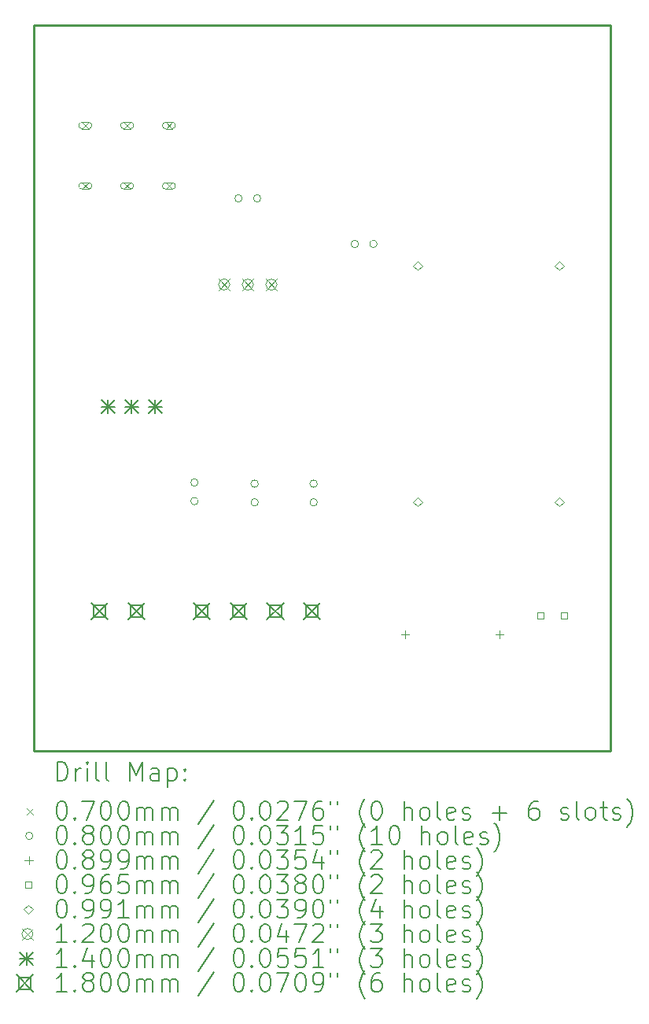
<source format=gbr>
%TF.GenerationSoftware,KiCad,Pcbnew,8.0.4*%
%TF.CreationDate,2024-09-20T16:59:52-04:00*%
%TF.ProjectId,micropsu,6d696372-6f70-4737-952e-6b696361645f,rev?*%
%TF.SameCoordinates,Original*%
%TF.FileFunction,Drillmap*%
%TF.FilePolarity,Positive*%
%FSLAX45Y45*%
G04 Gerber Fmt 4.5, Leading zero omitted, Abs format (unit mm)*
G04 Created by KiCad (PCBNEW 8.0.4) date 2024-09-20 16:59:52*
%MOMM*%
%LPD*%
G01*
G04 APERTURE LIST*
%ADD10C,0.254000*%
%ADD11C,0.200000*%
%ADD12C,0.100000*%
%ADD13C,0.120000*%
%ADD14C,0.140000*%
%ADD15C,0.180000*%
G04 APERTURE END LIST*
D10*
X9000000Y-15300000D02*
X9000000Y-7500000D01*
X9000000Y-7500000D02*
X15200000Y-7500000D01*
X15200000Y-15300000D02*
X9000000Y-15300000D01*
X15200000Y-7500000D02*
X15200000Y-15300000D01*
D11*
D12*
X9515010Y-8540010D02*
X9585010Y-8610010D01*
X9585010Y-8540010D02*
X9515010Y-8610010D01*
X9585010Y-8540010D02*
X9515010Y-8540010D01*
X9515010Y-8610010D02*
G75*
G02*
X9515010Y-8540010I0J35000D01*
G01*
X9515010Y-8610010D02*
X9585010Y-8610010D01*
X9585010Y-8610010D02*
G75*
G03*
X9585010Y-8540010I0J35000D01*
G01*
X9515010Y-9190020D02*
X9585010Y-9260020D01*
X9585010Y-9190020D02*
X9515010Y-9260020D01*
X9585010Y-9190020D02*
X9515010Y-9190020D01*
X9515010Y-9260020D02*
G75*
G02*
X9515010Y-9190020I0J35000D01*
G01*
X9515010Y-9260020D02*
X9585010Y-9260020D01*
X9585010Y-9260020D02*
G75*
G03*
X9585010Y-9190020I0J35000D01*
G01*
X9965000Y-8540010D02*
X10035000Y-8610010D01*
X10035000Y-8540010D02*
X9965000Y-8610010D01*
X10035000Y-8540010D02*
X9965000Y-8540010D01*
X9965000Y-8610010D02*
G75*
G02*
X9965000Y-8540010I0J35000D01*
G01*
X9965000Y-8610010D02*
X10035000Y-8610010D01*
X10035000Y-8610010D02*
G75*
G03*
X10035000Y-8540010I0J35000D01*
G01*
X9965000Y-9190020D02*
X10035000Y-9260020D01*
X10035000Y-9190020D02*
X9965000Y-9260020D01*
X10035000Y-9190020D02*
X9965000Y-9190020D01*
X9965000Y-9260020D02*
G75*
G02*
X9965000Y-9190020I0J35000D01*
G01*
X9965000Y-9260020D02*
X10035000Y-9260020D01*
X10035000Y-9260020D02*
G75*
G03*
X10035000Y-9190020I0J35000D01*
G01*
X10415010Y-8540010D02*
X10485010Y-8610010D01*
X10485010Y-8540010D02*
X10415010Y-8610010D01*
X10485010Y-8540010D02*
X10415010Y-8540010D01*
X10415010Y-8610010D02*
G75*
G02*
X10415010Y-8540010I0J35000D01*
G01*
X10415010Y-8610010D02*
X10485010Y-8610010D01*
X10485010Y-8610010D02*
G75*
G03*
X10485010Y-8540010I0J35000D01*
G01*
X10415010Y-9190020D02*
X10485010Y-9260020D01*
X10485010Y-9190020D02*
X10415010Y-9260020D01*
X10485010Y-9190020D02*
X10415010Y-9190020D01*
X10415010Y-9260020D02*
G75*
G02*
X10415010Y-9190020I0J35000D01*
G01*
X10415010Y-9260020D02*
X10485010Y-9260020D01*
X10485010Y-9260020D02*
G75*
G03*
X10485010Y-9190020I0J35000D01*
G01*
X10764770Y-12416065D02*
G75*
G02*
X10684770Y-12416065I-40000J0D01*
G01*
X10684770Y-12416065D02*
G75*
G02*
X10764770Y-12416065I40000J0D01*
G01*
X10764770Y-12616065D02*
G75*
G02*
X10684770Y-12616065I-40000J0D01*
G01*
X10684770Y-12616065D02*
G75*
G02*
X10764770Y-12616065I40000J0D01*
G01*
X11238700Y-9359400D02*
G75*
G02*
X11158700Y-9359400I-40000J0D01*
G01*
X11158700Y-9359400D02*
G75*
G02*
X11238700Y-9359400I40000J0D01*
G01*
X11412470Y-12428765D02*
G75*
G02*
X11332470Y-12428765I-40000J0D01*
G01*
X11332470Y-12428765D02*
G75*
G02*
X11412470Y-12428765I40000J0D01*
G01*
X11412470Y-12628765D02*
G75*
G02*
X11332470Y-12628765I-40000J0D01*
G01*
X11332470Y-12628765D02*
G75*
G02*
X11412470Y-12628765I40000J0D01*
G01*
X11438700Y-9359400D02*
G75*
G02*
X11358700Y-9359400I-40000J0D01*
G01*
X11358700Y-9359400D02*
G75*
G02*
X11438700Y-9359400I40000J0D01*
G01*
X12047470Y-12428765D02*
G75*
G02*
X11967470Y-12428765I-40000J0D01*
G01*
X11967470Y-12428765D02*
G75*
G02*
X12047470Y-12428765I40000J0D01*
G01*
X12047470Y-12628765D02*
G75*
G02*
X11967470Y-12628765I-40000J0D01*
G01*
X11967470Y-12628765D02*
G75*
G02*
X12047470Y-12628765I40000J0D01*
G01*
X12490000Y-9850000D02*
G75*
G02*
X12410000Y-9850000I-40000J0D01*
G01*
X12410000Y-9850000D02*
G75*
G02*
X12490000Y-9850000I40000J0D01*
G01*
X12690000Y-9850000D02*
G75*
G02*
X12610000Y-9850000I-40000J0D01*
G01*
X12610000Y-9850000D02*
G75*
G02*
X12690000Y-9850000I40000J0D01*
G01*
X12992000Y-14005040D02*
X12992000Y-14094960D01*
X12947040Y-14050000D02*
X13036960Y-14050000D01*
X14008000Y-14005040D02*
X14008000Y-14094960D01*
X13963040Y-14050000D02*
X14052960Y-14050000D01*
X14484125Y-13884125D02*
X14484125Y-13815875D01*
X14415875Y-13815875D01*
X14415875Y-13884125D01*
X14484125Y-13884125D01*
X14738125Y-13884125D02*
X14738125Y-13815875D01*
X14669875Y-13815875D01*
X14669875Y-13884125D01*
X14738125Y-13884125D01*
X13127500Y-10132830D02*
X13177030Y-10083300D01*
X13127500Y-10033770D01*
X13077970Y-10083300D01*
X13127500Y-10132830D01*
X13127500Y-12672830D02*
X13177030Y-12623300D01*
X13127500Y-12573770D01*
X13077970Y-12623300D01*
X13127500Y-12672830D01*
X14651500Y-10132830D02*
X14701030Y-10083300D01*
X14651500Y-10033770D01*
X14601970Y-10083300D01*
X14651500Y-10132830D01*
X14651500Y-12672830D02*
X14701030Y-12623300D01*
X14651500Y-12573770D01*
X14601970Y-12623300D01*
X14651500Y-12672830D01*
D13*
X10984700Y-10225990D02*
X11104700Y-10345990D01*
X11104700Y-10225990D02*
X10984700Y-10345990D01*
X11104700Y-10285990D02*
G75*
G02*
X10984700Y-10285990I-60000J0D01*
G01*
X10984700Y-10285990D02*
G75*
G02*
X11104700Y-10285990I60000J0D01*
G01*
X11238720Y-10226990D02*
X11358720Y-10346990D01*
X11358720Y-10226990D02*
X11238720Y-10346990D01*
X11358720Y-10286990D02*
G75*
G02*
X11238720Y-10286990I-60000J0D01*
G01*
X11238720Y-10286990D02*
G75*
G02*
X11358720Y-10286990I60000J0D01*
G01*
X11492720Y-10226990D02*
X11612720Y-10346990D01*
X11612720Y-10226990D02*
X11492720Y-10346990D01*
X11612720Y-10286990D02*
G75*
G02*
X11492720Y-10286990I-60000J0D01*
G01*
X11492720Y-10286990D02*
G75*
G02*
X11612720Y-10286990I60000J0D01*
G01*
D14*
X9726000Y-11530000D02*
X9866000Y-11670000D01*
X9866000Y-11530000D02*
X9726000Y-11670000D01*
X9796000Y-11530000D02*
X9796000Y-11670000D01*
X9726000Y-11600000D02*
X9866000Y-11600000D01*
X9980000Y-11530000D02*
X10120000Y-11670000D01*
X10120000Y-11530000D02*
X9980000Y-11670000D01*
X10050000Y-11530000D02*
X10050000Y-11670000D01*
X9980000Y-11600000D02*
X10120000Y-11600000D01*
X10234000Y-11530000D02*
X10374000Y-11670000D01*
X10374000Y-11530000D02*
X10234000Y-11670000D01*
X10304000Y-11530000D02*
X10304000Y-11670000D01*
X10234000Y-11600000D02*
X10374000Y-11600000D01*
D15*
X9612010Y-13710000D02*
X9792010Y-13890000D01*
X9792010Y-13710000D02*
X9612010Y-13890000D01*
X9765650Y-13863640D02*
X9765650Y-13736360D01*
X9638370Y-13736360D01*
X9638370Y-13863640D01*
X9765650Y-13863640D01*
X10007990Y-13710000D02*
X10187990Y-13890000D01*
X10187990Y-13710000D02*
X10007990Y-13890000D01*
X10161630Y-13863640D02*
X10161630Y-13736360D01*
X10034350Y-13736360D01*
X10034350Y-13863640D01*
X10161630Y-13863640D01*
X10714020Y-13708765D02*
X10894020Y-13888765D01*
X10894020Y-13708765D02*
X10714020Y-13888765D01*
X10867660Y-13862405D02*
X10867660Y-13735125D01*
X10740380Y-13735125D01*
X10740380Y-13862405D01*
X10867660Y-13862405D01*
X11110010Y-13708765D02*
X11290010Y-13888765D01*
X11290010Y-13708765D02*
X11110010Y-13888765D01*
X11263650Y-13862405D02*
X11263650Y-13735125D01*
X11136370Y-13735125D01*
X11136370Y-13862405D01*
X11263650Y-13862405D01*
X11505990Y-13708765D02*
X11685990Y-13888765D01*
X11685990Y-13708765D02*
X11505990Y-13888765D01*
X11659630Y-13862405D02*
X11659630Y-13735125D01*
X11532350Y-13735125D01*
X11532350Y-13862405D01*
X11659630Y-13862405D01*
X11901980Y-13708765D02*
X12081980Y-13888765D01*
X12081980Y-13708765D02*
X11901980Y-13888765D01*
X12055620Y-13862405D02*
X12055620Y-13735125D01*
X11928340Y-13735125D01*
X11928340Y-13862405D01*
X12055620Y-13862405D01*
D11*
X9248077Y-15624184D02*
X9248077Y-15424184D01*
X9248077Y-15424184D02*
X9295696Y-15424184D01*
X9295696Y-15424184D02*
X9324267Y-15433708D01*
X9324267Y-15433708D02*
X9343315Y-15452755D01*
X9343315Y-15452755D02*
X9352839Y-15471803D01*
X9352839Y-15471803D02*
X9362363Y-15509898D01*
X9362363Y-15509898D02*
X9362363Y-15538469D01*
X9362363Y-15538469D02*
X9352839Y-15576565D01*
X9352839Y-15576565D02*
X9343315Y-15595612D01*
X9343315Y-15595612D02*
X9324267Y-15614660D01*
X9324267Y-15614660D02*
X9295696Y-15624184D01*
X9295696Y-15624184D02*
X9248077Y-15624184D01*
X9448077Y-15624184D02*
X9448077Y-15490850D01*
X9448077Y-15528946D02*
X9457601Y-15509898D01*
X9457601Y-15509898D02*
X9467124Y-15500374D01*
X9467124Y-15500374D02*
X9486172Y-15490850D01*
X9486172Y-15490850D02*
X9505220Y-15490850D01*
X9571886Y-15624184D02*
X9571886Y-15490850D01*
X9571886Y-15424184D02*
X9562363Y-15433708D01*
X9562363Y-15433708D02*
X9571886Y-15443231D01*
X9571886Y-15443231D02*
X9581410Y-15433708D01*
X9581410Y-15433708D02*
X9571886Y-15424184D01*
X9571886Y-15424184D02*
X9571886Y-15443231D01*
X9695696Y-15624184D02*
X9676648Y-15614660D01*
X9676648Y-15614660D02*
X9667124Y-15595612D01*
X9667124Y-15595612D02*
X9667124Y-15424184D01*
X9800458Y-15624184D02*
X9781410Y-15614660D01*
X9781410Y-15614660D02*
X9771886Y-15595612D01*
X9771886Y-15595612D02*
X9771886Y-15424184D01*
X10029029Y-15624184D02*
X10029029Y-15424184D01*
X10029029Y-15424184D02*
X10095696Y-15567041D01*
X10095696Y-15567041D02*
X10162363Y-15424184D01*
X10162363Y-15424184D02*
X10162363Y-15624184D01*
X10343315Y-15624184D02*
X10343315Y-15519422D01*
X10343315Y-15519422D02*
X10333791Y-15500374D01*
X10333791Y-15500374D02*
X10314744Y-15490850D01*
X10314744Y-15490850D02*
X10276648Y-15490850D01*
X10276648Y-15490850D02*
X10257601Y-15500374D01*
X10343315Y-15614660D02*
X10324267Y-15624184D01*
X10324267Y-15624184D02*
X10276648Y-15624184D01*
X10276648Y-15624184D02*
X10257601Y-15614660D01*
X10257601Y-15614660D02*
X10248077Y-15595612D01*
X10248077Y-15595612D02*
X10248077Y-15576565D01*
X10248077Y-15576565D02*
X10257601Y-15557517D01*
X10257601Y-15557517D02*
X10276648Y-15547993D01*
X10276648Y-15547993D02*
X10324267Y-15547993D01*
X10324267Y-15547993D02*
X10343315Y-15538469D01*
X10438553Y-15490850D02*
X10438553Y-15690850D01*
X10438553Y-15500374D02*
X10457601Y-15490850D01*
X10457601Y-15490850D02*
X10495696Y-15490850D01*
X10495696Y-15490850D02*
X10514744Y-15500374D01*
X10514744Y-15500374D02*
X10524267Y-15509898D01*
X10524267Y-15509898D02*
X10533791Y-15528946D01*
X10533791Y-15528946D02*
X10533791Y-15586088D01*
X10533791Y-15586088D02*
X10524267Y-15605136D01*
X10524267Y-15605136D02*
X10514744Y-15614660D01*
X10514744Y-15614660D02*
X10495696Y-15624184D01*
X10495696Y-15624184D02*
X10457601Y-15624184D01*
X10457601Y-15624184D02*
X10438553Y-15614660D01*
X10619505Y-15605136D02*
X10629029Y-15614660D01*
X10629029Y-15614660D02*
X10619505Y-15624184D01*
X10619505Y-15624184D02*
X10609982Y-15614660D01*
X10609982Y-15614660D02*
X10619505Y-15605136D01*
X10619505Y-15605136D02*
X10619505Y-15624184D01*
X10619505Y-15500374D02*
X10629029Y-15509898D01*
X10629029Y-15509898D02*
X10619505Y-15519422D01*
X10619505Y-15519422D02*
X10609982Y-15509898D01*
X10609982Y-15509898D02*
X10619505Y-15500374D01*
X10619505Y-15500374D02*
X10619505Y-15519422D01*
D12*
X8917300Y-15917700D02*
X8987300Y-15987700D01*
X8987300Y-15917700D02*
X8917300Y-15987700D01*
D11*
X9286172Y-15844184D02*
X9305220Y-15844184D01*
X9305220Y-15844184D02*
X9324267Y-15853708D01*
X9324267Y-15853708D02*
X9333791Y-15863231D01*
X9333791Y-15863231D02*
X9343315Y-15882279D01*
X9343315Y-15882279D02*
X9352839Y-15920374D01*
X9352839Y-15920374D02*
X9352839Y-15967993D01*
X9352839Y-15967993D02*
X9343315Y-16006088D01*
X9343315Y-16006088D02*
X9333791Y-16025136D01*
X9333791Y-16025136D02*
X9324267Y-16034660D01*
X9324267Y-16034660D02*
X9305220Y-16044184D01*
X9305220Y-16044184D02*
X9286172Y-16044184D01*
X9286172Y-16044184D02*
X9267124Y-16034660D01*
X9267124Y-16034660D02*
X9257601Y-16025136D01*
X9257601Y-16025136D02*
X9248077Y-16006088D01*
X9248077Y-16006088D02*
X9238553Y-15967993D01*
X9238553Y-15967993D02*
X9238553Y-15920374D01*
X9238553Y-15920374D02*
X9248077Y-15882279D01*
X9248077Y-15882279D02*
X9257601Y-15863231D01*
X9257601Y-15863231D02*
X9267124Y-15853708D01*
X9267124Y-15853708D02*
X9286172Y-15844184D01*
X9438553Y-16025136D02*
X9448077Y-16034660D01*
X9448077Y-16034660D02*
X9438553Y-16044184D01*
X9438553Y-16044184D02*
X9429029Y-16034660D01*
X9429029Y-16034660D02*
X9438553Y-16025136D01*
X9438553Y-16025136D02*
X9438553Y-16044184D01*
X9514744Y-15844184D02*
X9648077Y-15844184D01*
X9648077Y-15844184D02*
X9562363Y-16044184D01*
X9762363Y-15844184D02*
X9781410Y-15844184D01*
X9781410Y-15844184D02*
X9800458Y-15853708D01*
X9800458Y-15853708D02*
X9809982Y-15863231D01*
X9809982Y-15863231D02*
X9819505Y-15882279D01*
X9819505Y-15882279D02*
X9829029Y-15920374D01*
X9829029Y-15920374D02*
X9829029Y-15967993D01*
X9829029Y-15967993D02*
X9819505Y-16006088D01*
X9819505Y-16006088D02*
X9809982Y-16025136D01*
X9809982Y-16025136D02*
X9800458Y-16034660D01*
X9800458Y-16034660D02*
X9781410Y-16044184D01*
X9781410Y-16044184D02*
X9762363Y-16044184D01*
X9762363Y-16044184D02*
X9743315Y-16034660D01*
X9743315Y-16034660D02*
X9733791Y-16025136D01*
X9733791Y-16025136D02*
X9724267Y-16006088D01*
X9724267Y-16006088D02*
X9714744Y-15967993D01*
X9714744Y-15967993D02*
X9714744Y-15920374D01*
X9714744Y-15920374D02*
X9724267Y-15882279D01*
X9724267Y-15882279D02*
X9733791Y-15863231D01*
X9733791Y-15863231D02*
X9743315Y-15853708D01*
X9743315Y-15853708D02*
X9762363Y-15844184D01*
X9952839Y-15844184D02*
X9971886Y-15844184D01*
X9971886Y-15844184D02*
X9990934Y-15853708D01*
X9990934Y-15853708D02*
X10000458Y-15863231D01*
X10000458Y-15863231D02*
X10009982Y-15882279D01*
X10009982Y-15882279D02*
X10019505Y-15920374D01*
X10019505Y-15920374D02*
X10019505Y-15967993D01*
X10019505Y-15967993D02*
X10009982Y-16006088D01*
X10009982Y-16006088D02*
X10000458Y-16025136D01*
X10000458Y-16025136D02*
X9990934Y-16034660D01*
X9990934Y-16034660D02*
X9971886Y-16044184D01*
X9971886Y-16044184D02*
X9952839Y-16044184D01*
X9952839Y-16044184D02*
X9933791Y-16034660D01*
X9933791Y-16034660D02*
X9924267Y-16025136D01*
X9924267Y-16025136D02*
X9914744Y-16006088D01*
X9914744Y-16006088D02*
X9905220Y-15967993D01*
X9905220Y-15967993D02*
X9905220Y-15920374D01*
X9905220Y-15920374D02*
X9914744Y-15882279D01*
X9914744Y-15882279D02*
X9924267Y-15863231D01*
X9924267Y-15863231D02*
X9933791Y-15853708D01*
X9933791Y-15853708D02*
X9952839Y-15844184D01*
X10105220Y-16044184D02*
X10105220Y-15910850D01*
X10105220Y-15929898D02*
X10114744Y-15920374D01*
X10114744Y-15920374D02*
X10133791Y-15910850D01*
X10133791Y-15910850D02*
X10162363Y-15910850D01*
X10162363Y-15910850D02*
X10181410Y-15920374D01*
X10181410Y-15920374D02*
X10190934Y-15939422D01*
X10190934Y-15939422D02*
X10190934Y-16044184D01*
X10190934Y-15939422D02*
X10200458Y-15920374D01*
X10200458Y-15920374D02*
X10219505Y-15910850D01*
X10219505Y-15910850D02*
X10248077Y-15910850D01*
X10248077Y-15910850D02*
X10267125Y-15920374D01*
X10267125Y-15920374D02*
X10276648Y-15939422D01*
X10276648Y-15939422D02*
X10276648Y-16044184D01*
X10371886Y-16044184D02*
X10371886Y-15910850D01*
X10371886Y-15929898D02*
X10381410Y-15920374D01*
X10381410Y-15920374D02*
X10400458Y-15910850D01*
X10400458Y-15910850D02*
X10429029Y-15910850D01*
X10429029Y-15910850D02*
X10448077Y-15920374D01*
X10448077Y-15920374D02*
X10457601Y-15939422D01*
X10457601Y-15939422D02*
X10457601Y-16044184D01*
X10457601Y-15939422D02*
X10467125Y-15920374D01*
X10467125Y-15920374D02*
X10486172Y-15910850D01*
X10486172Y-15910850D02*
X10514744Y-15910850D01*
X10514744Y-15910850D02*
X10533791Y-15920374D01*
X10533791Y-15920374D02*
X10543315Y-15939422D01*
X10543315Y-15939422D02*
X10543315Y-16044184D01*
X10933791Y-15834660D02*
X10762363Y-16091803D01*
X11190934Y-15844184D02*
X11209982Y-15844184D01*
X11209982Y-15844184D02*
X11229029Y-15853708D01*
X11229029Y-15853708D02*
X11238553Y-15863231D01*
X11238553Y-15863231D02*
X11248077Y-15882279D01*
X11248077Y-15882279D02*
X11257601Y-15920374D01*
X11257601Y-15920374D02*
X11257601Y-15967993D01*
X11257601Y-15967993D02*
X11248077Y-16006088D01*
X11248077Y-16006088D02*
X11238553Y-16025136D01*
X11238553Y-16025136D02*
X11229029Y-16034660D01*
X11229029Y-16034660D02*
X11209982Y-16044184D01*
X11209982Y-16044184D02*
X11190934Y-16044184D01*
X11190934Y-16044184D02*
X11171887Y-16034660D01*
X11171887Y-16034660D02*
X11162363Y-16025136D01*
X11162363Y-16025136D02*
X11152839Y-16006088D01*
X11152839Y-16006088D02*
X11143315Y-15967993D01*
X11143315Y-15967993D02*
X11143315Y-15920374D01*
X11143315Y-15920374D02*
X11152839Y-15882279D01*
X11152839Y-15882279D02*
X11162363Y-15863231D01*
X11162363Y-15863231D02*
X11171887Y-15853708D01*
X11171887Y-15853708D02*
X11190934Y-15844184D01*
X11343315Y-16025136D02*
X11352839Y-16034660D01*
X11352839Y-16034660D02*
X11343315Y-16044184D01*
X11343315Y-16044184D02*
X11333791Y-16034660D01*
X11333791Y-16034660D02*
X11343315Y-16025136D01*
X11343315Y-16025136D02*
X11343315Y-16044184D01*
X11476648Y-15844184D02*
X11495696Y-15844184D01*
X11495696Y-15844184D02*
X11514744Y-15853708D01*
X11514744Y-15853708D02*
X11524267Y-15863231D01*
X11524267Y-15863231D02*
X11533791Y-15882279D01*
X11533791Y-15882279D02*
X11543315Y-15920374D01*
X11543315Y-15920374D02*
X11543315Y-15967993D01*
X11543315Y-15967993D02*
X11533791Y-16006088D01*
X11533791Y-16006088D02*
X11524267Y-16025136D01*
X11524267Y-16025136D02*
X11514744Y-16034660D01*
X11514744Y-16034660D02*
X11495696Y-16044184D01*
X11495696Y-16044184D02*
X11476648Y-16044184D01*
X11476648Y-16044184D02*
X11457601Y-16034660D01*
X11457601Y-16034660D02*
X11448077Y-16025136D01*
X11448077Y-16025136D02*
X11438553Y-16006088D01*
X11438553Y-16006088D02*
X11429029Y-15967993D01*
X11429029Y-15967993D02*
X11429029Y-15920374D01*
X11429029Y-15920374D02*
X11438553Y-15882279D01*
X11438553Y-15882279D02*
X11448077Y-15863231D01*
X11448077Y-15863231D02*
X11457601Y-15853708D01*
X11457601Y-15853708D02*
X11476648Y-15844184D01*
X11619506Y-15863231D02*
X11629029Y-15853708D01*
X11629029Y-15853708D02*
X11648077Y-15844184D01*
X11648077Y-15844184D02*
X11695696Y-15844184D01*
X11695696Y-15844184D02*
X11714744Y-15853708D01*
X11714744Y-15853708D02*
X11724267Y-15863231D01*
X11724267Y-15863231D02*
X11733791Y-15882279D01*
X11733791Y-15882279D02*
X11733791Y-15901327D01*
X11733791Y-15901327D02*
X11724267Y-15929898D01*
X11724267Y-15929898D02*
X11609982Y-16044184D01*
X11609982Y-16044184D02*
X11733791Y-16044184D01*
X11800458Y-15844184D02*
X11933791Y-15844184D01*
X11933791Y-15844184D02*
X11848077Y-16044184D01*
X12095696Y-15844184D02*
X12057601Y-15844184D01*
X12057601Y-15844184D02*
X12038553Y-15853708D01*
X12038553Y-15853708D02*
X12029029Y-15863231D01*
X12029029Y-15863231D02*
X12009982Y-15891803D01*
X12009982Y-15891803D02*
X12000458Y-15929898D01*
X12000458Y-15929898D02*
X12000458Y-16006088D01*
X12000458Y-16006088D02*
X12009982Y-16025136D01*
X12009982Y-16025136D02*
X12019506Y-16034660D01*
X12019506Y-16034660D02*
X12038553Y-16044184D01*
X12038553Y-16044184D02*
X12076648Y-16044184D01*
X12076648Y-16044184D02*
X12095696Y-16034660D01*
X12095696Y-16034660D02*
X12105220Y-16025136D01*
X12105220Y-16025136D02*
X12114744Y-16006088D01*
X12114744Y-16006088D02*
X12114744Y-15958469D01*
X12114744Y-15958469D02*
X12105220Y-15939422D01*
X12105220Y-15939422D02*
X12095696Y-15929898D01*
X12095696Y-15929898D02*
X12076648Y-15920374D01*
X12076648Y-15920374D02*
X12038553Y-15920374D01*
X12038553Y-15920374D02*
X12019506Y-15929898D01*
X12019506Y-15929898D02*
X12009982Y-15939422D01*
X12009982Y-15939422D02*
X12000458Y-15958469D01*
X12190934Y-15844184D02*
X12190934Y-15882279D01*
X12267125Y-15844184D02*
X12267125Y-15882279D01*
X12562363Y-16120374D02*
X12552839Y-16110850D01*
X12552839Y-16110850D02*
X12533791Y-16082279D01*
X12533791Y-16082279D02*
X12524268Y-16063231D01*
X12524268Y-16063231D02*
X12514744Y-16034660D01*
X12514744Y-16034660D02*
X12505220Y-15987041D01*
X12505220Y-15987041D02*
X12505220Y-15948946D01*
X12505220Y-15948946D02*
X12514744Y-15901327D01*
X12514744Y-15901327D02*
X12524268Y-15872755D01*
X12524268Y-15872755D02*
X12533791Y-15853708D01*
X12533791Y-15853708D02*
X12552839Y-15825136D01*
X12552839Y-15825136D02*
X12562363Y-15815612D01*
X12676648Y-15844184D02*
X12695696Y-15844184D01*
X12695696Y-15844184D02*
X12714744Y-15853708D01*
X12714744Y-15853708D02*
X12724268Y-15863231D01*
X12724268Y-15863231D02*
X12733791Y-15882279D01*
X12733791Y-15882279D02*
X12743315Y-15920374D01*
X12743315Y-15920374D02*
X12743315Y-15967993D01*
X12743315Y-15967993D02*
X12733791Y-16006088D01*
X12733791Y-16006088D02*
X12724268Y-16025136D01*
X12724268Y-16025136D02*
X12714744Y-16034660D01*
X12714744Y-16034660D02*
X12695696Y-16044184D01*
X12695696Y-16044184D02*
X12676648Y-16044184D01*
X12676648Y-16044184D02*
X12657601Y-16034660D01*
X12657601Y-16034660D02*
X12648077Y-16025136D01*
X12648077Y-16025136D02*
X12638553Y-16006088D01*
X12638553Y-16006088D02*
X12629029Y-15967993D01*
X12629029Y-15967993D02*
X12629029Y-15920374D01*
X12629029Y-15920374D02*
X12638553Y-15882279D01*
X12638553Y-15882279D02*
X12648077Y-15863231D01*
X12648077Y-15863231D02*
X12657601Y-15853708D01*
X12657601Y-15853708D02*
X12676648Y-15844184D01*
X12981410Y-16044184D02*
X12981410Y-15844184D01*
X13067125Y-16044184D02*
X13067125Y-15939422D01*
X13067125Y-15939422D02*
X13057601Y-15920374D01*
X13057601Y-15920374D02*
X13038553Y-15910850D01*
X13038553Y-15910850D02*
X13009982Y-15910850D01*
X13009982Y-15910850D02*
X12990934Y-15920374D01*
X12990934Y-15920374D02*
X12981410Y-15929898D01*
X13190934Y-16044184D02*
X13171887Y-16034660D01*
X13171887Y-16034660D02*
X13162363Y-16025136D01*
X13162363Y-16025136D02*
X13152839Y-16006088D01*
X13152839Y-16006088D02*
X13152839Y-15948946D01*
X13152839Y-15948946D02*
X13162363Y-15929898D01*
X13162363Y-15929898D02*
X13171887Y-15920374D01*
X13171887Y-15920374D02*
X13190934Y-15910850D01*
X13190934Y-15910850D02*
X13219506Y-15910850D01*
X13219506Y-15910850D02*
X13238553Y-15920374D01*
X13238553Y-15920374D02*
X13248077Y-15929898D01*
X13248077Y-15929898D02*
X13257601Y-15948946D01*
X13257601Y-15948946D02*
X13257601Y-16006088D01*
X13257601Y-16006088D02*
X13248077Y-16025136D01*
X13248077Y-16025136D02*
X13238553Y-16034660D01*
X13238553Y-16034660D02*
X13219506Y-16044184D01*
X13219506Y-16044184D02*
X13190934Y-16044184D01*
X13371887Y-16044184D02*
X13352839Y-16034660D01*
X13352839Y-16034660D02*
X13343315Y-16015612D01*
X13343315Y-16015612D02*
X13343315Y-15844184D01*
X13524268Y-16034660D02*
X13505220Y-16044184D01*
X13505220Y-16044184D02*
X13467125Y-16044184D01*
X13467125Y-16044184D02*
X13448077Y-16034660D01*
X13448077Y-16034660D02*
X13438553Y-16015612D01*
X13438553Y-16015612D02*
X13438553Y-15939422D01*
X13438553Y-15939422D02*
X13448077Y-15920374D01*
X13448077Y-15920374D02*
X13467125Y-15910850D01*
X13467125Y-15910850D02*
X13505220Y-15910850D01*
X13505220Y-15910850D02*
X13524268Y-15920374D01*
X13524268Y-15920374D02*
X13533791Y-15939422D01*
X13533791Y-15939422D02*
X13533791Y-15958469D01*
X13533791Y-15958469D02*
X13438553Y-15977517D01*
X13609982Y-16034660D02*
X13629030Y-16044184D01*
X13629030Y-16044184D02*
X13667125Y-16044184D01*
X13667125Y-16044184D02*
X13686172Y-16034660D01*
X13686172Y-16034660D02*
X13695696Y-16015612D01*
X13695696Y-16015612D02*
X13695696Y-16006088D01*
X13695696Y-16006088D02*
X13686172Y-15987041D01*
X13686172Y-15987041D02*
X13667125Y-15977517D01*
X13667125Y-15977517D02*
X13638553Y-15977517D01*
X13638553Y-15977517D02*
X13619506Y-15967993D01*
X13619506Y-15967993D02*
X13609982Y-15948946D01*
X13609982Y-15948946D02*
X13609982Y-15939422D01*
X13609982Y-15939422D02*
X13619506Y-15920374D01*
X13619506Y-15920374D02*
X13638553Y-15910850D01*
X13638553Y-15910850D02*
X13667125Y-15910850D01*
X13667125Y-15910850D02*
X13686172Y-15920374D01*
X13933792Y-15967993D02*
X14086173Y-15967993D01*
X14009982Y-16044184D02*
X14009982Y-15891803D01*
X14419506Y-15844184D02*
X14381411Y-15844184D01*
X14381411Y-15844184D02*
X14362363Y-15853708D01*
X14362363Y-15853708D02*
X14352839Y-15863231D01*
X14352839Y-15863231D02*
X14333792Y-15891803D01*
X14333792Y-15891803D02*
X14324268Y-15929898D01*
X14324268Y-15929898D02*
X14324268Y-16006088D01*
X14324268Y-16006088D02*
X14333792Y-16025136D01*
X14333792Y-16025136D02*
X14343315Y-16034660D01*
X14343315Y-16034660D02*
X14362363Y-16044184D01*
X14362363Y-16044184D02*
X14400458Y-16044184D01*
X14400458Y-16044184D02*
X14419506Y-16034660D01*
X14419506Y-16034660D02*
X14429030Y-16025136D01*
X14429030Y-16025136D02*
X14438553Y-16006088D01*
X14438553Y-16006088D02*
X14438553Y-15958469D01*
X14438553Y-15958469D02*
X14429030Y-15939422D01*
X14429030Y-15939422D02*
X14419506Y-15929898D01*
X14419506Y-15929898D02*
X14400458Y-15920374D01*
X14400458Y-15920374D02*
X14362363Y-15920374D01*
X14362363Y-15920374D02*
X14343315Y-15929898D01*
X14343315Y-15929898D02*
X14333792Y-15939422D01*
X14333792Y-15939422D02*
X14324268Y-15958469D01*
X14667125Y-16034660D02*
X14686173Y-16044184D01*
X14686173Y-16044184D02*
X14724268Y-16044184D01*
X14724268Y-16044184D02*
X14743315Y-16034660D01*
X14743315Y-16034660D02*
X14752839Y-16015612D01*
X14752839Y-16015612D02*
X14752839Y-16006088D01*
X14752839Y-16006088D02*
X14743315Y-15987041D01*
X14743315Y-15987041D02*
X14724268Y-15977517D01*
X14724268Y-15977517D02*
X14695696Y-15977517D01*
X14695696Y-15977517D02*
X14676649Y-15967993D01*
X14676649Y-15967993D02*
X14667125Y-15948946D01*
X14667125Y-15948946D02*
X14667125Y-15939422D01*
X14667125Y-15939422D02*
X14676649Y-15920374D01*
X14676649Y-15920374D02*
X14695696Y-15910850D01*
X14695696Y-15910850D02*
X14724268Y-15910850D01*
X14724268Y-15910850D02*
X14743315Y-15920374D01*
X14867125Y-16044184D02*
X14848077Y-16034660D01*
X14848077Y-16034660D02*
X14838554Y-16015612D01*
X14838554Y-16015612D02*
X14838554Y-15844184D01*
X14971887Y-16044184D02*
X14952839Y-16034660D01*
X14952839Y-16034660D02*
X14943315Y-16025136D01*
X14943315Y-16025136D02*
X14933792Y-16006088D01*
X14933792Y-16006088D02*
X14933792Y-15948946D01*
X14933792Y-15948946D02*
X14943315Y-15929898D01*
X14943315Y-15929898D02*
X14952839Y-15920374D01*
X14952839Y-15920374D02*
X14971887Y-15910850D01*
X14971887Y-15910850D02*
X15000458Y-15910850D01*
X15000458Y-15910850D02*
X15019506Y-15920374D01*
X15019506Y-15920374D02*
X15029030Y-15929898D01*
X15029030Y-15929898D02*
X15038554Y-15948946D01*
X15038554Y-15948946D02*
X15038554Y-16006088D01*
X15038554Y-16006088D02*
X15029030Y-16025136D01*
X15029030Y-16025136D02*
X15019506Y-16034660D01*
X15019506Y-16034660D02*
X15000458Y-16044184D01*
X15000458Y-16044184D02*
X14971887Y-16044184D01*
X15095696Y-15910850D02*
X15171887Y-15910850D01*
X15124268Y-15844184D02*
X15124268Y-16015612D01*
X15124268Y-16015612D02*
X15133792Y-16034660D01*
X15133792Y-16034660D02*
X15152839Y-16044184D01*
X15152839Y-16044184D02*
X15171887Y-16044184D01*
X15229030Y-16034660D02*
X15248077Y-16044184D01*
X15248077Y-16044184D02*
X15286173Y-16044184D01*
X15286173Y-16044184D02*
X15305220Y-16034660D01*
X15305220Y-16034660D02*
X15314744Y-16015612D01*
X15314744Y-16015612D02*
X15314744Y-16006088D01*
X15314744Y-16006088D02*
X15305220Y-15987041D01*
X15305220Y-15987041D02*
X15286173Y-15977517D01*
X15286173Y-15977517D02*
X15257601Y-15977517D01*
X15257601Y-15977517D02*
X15238554Y-15967993D01*
X15238554Y-15967993D02*
X15229030Y-15948946D01*
X15229030Y-15948946D02*
X15229030Y-15939422D01*
X15229030Y-15939422D02*
X15238554Y-15920374D01*
X15238554Y-15920374D02*
X15257601Y-15910850D01*
X15257601Y-15910850D02*
X15286173Y-15910850D01*
X15286173Y-15910850D02*
X15305220Y-15920374D01*
X15381411Y-16120374D02*
X15390935Y-16110850D01*
X15390935Y-16110850D02*
X15409982Y-16082279D01*
X15409982Y-16082279D02*
X15419506Y-16063231D01*
X15419506Y-16063231D02*
X15429030Y-16034660D01*
X15429030Y-16034660D02*
X15438554Y-15987041D01*
X15438554Y-15987041D02*
X15438554Y-15948946D01*
X15438554Y-15948946D02*
X15429030Y-15901327D01*
X15429030Y-15901327D02*
X15419506Y-15872755D01*
X15419506Y-15872755D02*
X15409982Y-15853708D01*
X15409982Y-15853708D02*
X15390935Y-15825136D01*
X15390935Y-15825136D02*
X15381411Y-15815612D01*
D12*
X8987300Y-16216700D02*
G75*
G02*
X8907300Y-16216700I-40000J0D01*
G01*
X8907300Y-16216700D02*
G75*
G02*
X8987300Y-16216700I40000J0D01*
G01*
D11*
X9286172Y-16108184D02*
X9305220Y-16108184D01*
X9305220Y-16108184D02*
X9324267Y-16117708D01*
X9324267Y-16117708D02*
X9333791Y-16127231D01*
X9333791Y-16127231D02*
X9343315Y-16146279D01*
X9343315Y-16146279D02*
X9352839Y-16184374D01*
X9352839Y-16184374D02*
X9352839Y-16231993D01*
X9352839Y-16231993D02*
X9343315Y-16270088D01*
X9343315Y-16270088D02*
X9333791Y-16289136D01*
X9333791Y-16289136D02*
X9324267Y-16298660D01*
X9324267Y-16298660D02*
X9305220Y-16308184D01*
X9305220Y-16308184D02*
X9286172Y-16308184D01*
X9286172Y-16308184D02*
X9267124Y-16298660D01*
X9267124Y-16298660D02*
X9257601Y-16289136D01*
X9257601Y-16289136D02*
X9248077Y-16270088D01*
X9248077Y-16270088D02*
X9238553Y-16231993D01*
X9238553Y-16231993D02*
X9238553Y-16184374D01*
X9238553Y-16184374D02*
X9248077Y-16146279D01*
X9248077Y-16146279D02*
X9257601Y-16127231D01*
X9257601Y-16127231D02*
X9267124Y-16117708D01*
X9267124Y-16117708D02*
X9286172Y-16108184D01*
X9438553Y-16289136D02*
X9448077Y-16298660D01*
X9448077Y-16298660D02*
X9438553Y-16308184D01*
X9438553Y-16308184D02*
X9429029Y-16298660D01*
X9429029Y-16298660D02*
X9438553Y-16289136D01*
X9438553Y-16289136D02*
X9438553Y-16308184D01*
X9562363Y-16193898D02*
X9543315Y-16184374D01*
X9543315Y-16184374D02*
X9533791Y-16174850D01*
X9533791Y-16174850D02*
X9524267Y-16155803D01*
X9524267Y-16155803D02*
X9524267Y-16146279D01*
X9524267Y-16146279D02*
X9533791Y-16127231D01*
X9533791Y-16127231D02*
X9543315Y-16117708D01*
X9543315Y-16117708D02*
X9562363Y-16108184D01*
X9562363Y-16108184D02*
X9600458Y-16108184D01*
X9600458Y-16108184D02*
X9619505Y-16117708D01*
X9619505Y-16117708D02*
X9629029Y-16127231D01*
X9629029Y-16127231D02*
X9638553Y-16146279D01*
X9638553Y-16146279D02*
X9638553Y-16155803D01*
X9638553Y-16155803D02*
X9629029Y-16174850D01*
X9629029Y-16174850D02*
X9619505Y-16184374D01*
X9619505Y-16184374D02*
X9600458Y-16193898D01*
X9600458Y-16193898D02*
X9562363Y-16193898D01*
X9562363Y-16193898D02*
X9543315Y-16203422D01*
X9543315Y-16203422D02*
X9533791Y-16212946D01*
X9533791Y-16212946D02*
X9524267Y-16231993D01*
X9524267Y-16231993D02*
X9524267Y-16270088D01*
X9524267Y-16270088D02*
X9533791Y-16289136D01*
X9533791Y-16289136D02*
X9543315Y-16298660D01*
X9543315Y-16298660D02*
X9562363Y-16308184D01*
X9562363Y-16308184D02*
X9600458Y-16308184D01*
X9600458Y-16308184D02*
X9619505Y-16298660D01*
X9619505Y-16298660D02*
X9629029Y-16289136D01*
X9629029Y-16289136D02*
X9638553Y-16270088D01*
X9638553Y-16270088D02*
X9638553Y-16231993D01*
X9638553Y-16231993D02*
X9629029Y-16212946D01*
X9629029Y-16212946D02*
X9619505Y-16203422D01*
X9619505Y-16203422D02*
X9600458Y-16193898D01*
X9762363Y-16108184D02*
X9781410Y-16108184D01*
X9781410Y-16108184D02*
X9800458Y-16117708D01*
X9800458Y-16117708D02*
X9809982Y-16127231D01*
X9809982Y-16127231D02*
X9819505Y-16146279D01*
X9819505Y-16146279D02*
X9829029Y-16184374D01*
X9829029Y-16184374D02*
X9829029Y-16231993D01*
X9829029Y-16231993D02*
X9819505Y-16270088D01*
X9819505Y-16270088D02*
X9809982Y-16289136D01*
X9809982Y-16289136D02*
X9800458Y-16298660D01*
X9800458Y-16298660D02*
X9781410Y-16308184D01*
X9781410Y-16308184D02*
X9762363Y-16308184D01*
X9762363Y-16308184D02*
X9743315Y-16298660D01*
X9743315Y-16298660D02*
X9733791Y-16289136D01*
X9733791Y-16289136D02*
X9724267Y-16270088D01*
X9724267Y-16270088D02*
X9714744Y-16231993D01*
X9714744Y-16231993D02*
X9714744Y-16184374D01*
X9714744Y-16184374D02*
X9724267Y-16146279D01*
X9724267Y-16146279D02*
X9733791Y-16127231D01*
X9733791Y-16127231D02*
X9743315Y-16117708D01*
X9743315Y-16117708D02*
X9762363Y-16108184D01*
X9952839Y-16108184D02*
X9971886Y-16108184D01*
X9971886Y-16108184D02*
X9990934Y-16117708D01*
X9990934Y-16117708D02*
X10000458Y-16127231D01*
X10000458Y-16127231D02*
X10009982Y-16146279D01*
X10009982Y-16146279D02*
X10019505Y-16184374D01*
X10019505Y-16184374D02*
X10019505Y-16231993D01*
X10019505Y-16231993D02*
X10009982Y-16270088D01*
X10009982Y-16270088D02*
X10000458Y-16289136D01*
X10000458Y-16289136D02*
X9990934Y-16298660D01*
X9990934Y-16298660D02*
X9971886Y-16308184D01*
X9971886Y-16308184D02*
X9952839Y-16308184D01*
X9952839Y-16308184D02*
X9933791Y-16298660D01*
X9933791Y-16298660D02*
X9924267Y-16289136D01*
X9924267Y-16289136D02*
X9914744Y-16270088D01*
X9914744Y-16270088D02*
X9905220Y-16231993D01*
X9905220Y-16231993D02*
X9905220Y-16184374D01*
X9905220Y-16184374D02*
X9914744Y-16146279D01*
X9914744Y-16146279D02*
X9924267Y-16127231D01*
X9924267Y-16127231D02*
X9933791Y-16117708D01*
X9933791Y-16117708D02*
X9952839Y-16108184D01*
X10105220Y-16308184D02*
X10105220Y-16174850D01*
X10105220Y-16193898D02*
X10114744Y-16184374D01*
X10114744Y-16184374D02*
X10133791Y-16174850D01*
X10133791Y-16174850D02*
X10162363Y-16174850D01*
X10162363Y-16174850D02*
X10181410Y-16184374D01*
X10181410Y-16184374D02*
X10190934Y-16203422D01*
X10190934Y-16203422D02*
X10190934Y-16308184D01*
X10190934Y-16203422D02*
X10200458Y-16184374D01*
X10200458Y-16184374D02*
X10219505Y-16174850D01*
X10219505Y-16174850D02*
X10248077Y-16174850D01*
X10248077Y-16174850D02*
X10267125Y-16184374D01*
X10267125Y-16184374D02*
X10276648Y-16203422D01*
X10276648Y-16203422D02*
X10276648Y-16308184D01*
X10371886Y-16308184D02*
X10371886Y-16174850D01*
X10371886Y-16193898D02*
X10381410Y-16184374D01*
X10381410Y-16184374D02*
X10400458Y-16174850D01*
X10400458Y-16174850D02*
X10429029Y-16174850D01*
X10429029Y-16174850D02*
X10448077Y-16184374D01*
X10448077Y-16184374D02*
X10457601Y-16203422D01*
X10457601Y-16203422D02*
X10457601Y-16308184D01*
X10457601Y-16203422D02*
X10467125Y-16184374D01*
X10467125Y-16184374D02*
X10486172Y-16174850D01*
X10486172Y-16174850D02*
X10514744Y-16174850D01*
X10514744Y-16174850D02*
X10533791Y-16184374D01*
X10533791Y-16184374D02*
X10543315Y-16203422D01*
X10543315Y-16203422D02*
X10543315Y-16308184D01*
X10933791Y-16098660D02*
X10762363Y-16355803D01*
X11190934Y-16108184D02*
X11209982Y-16108184D01*
X11209982Y-16108184D02*
X11229029Y-16117708D01*
X11229029Y-16117708D02*
X11238553Y-16127231D01*
X11238553Y-16127231D02*
X11248077Y-16146279D01*
X11248077Y-16146279D02*
X11257601Y-16184374D01*
X11257601Y-16184374D02*
X11257601Y-16231993D01*
X11257601Y-16231993D02*
X11248077Y-16270088D01*
X11248077Y-16270088D02*
X11238553Y-16289136D01*
X11238553Y-16289136D02*
X11229029Y-16298660D01*
X11229029Y-16298660D02*
X11209982Y-16308184D01*
X11209982Y-16308184D02*
X11190934Y-16308184D01*
X11190934Y-16308184D02*
X11171887Y-16298660D01*
X11171887Y-16298660D02*
X11162363Y-16289136D01*
X11162363Y-16289136D02*
X11152839Y-16270088D01*
X11152839Y-16270088D02*
X11143315Y-16231993D01*
X11143315Y-16231993D02*
X11143315Y-16184374D01*
X11143315Y-16184374D02*
X11152839Y-16146279D01*
X11152839Y-16146279D02*
X11162363Y-16127231D01*
X11162363Y-16127231D02*
X11171887Y-16117708D01*
X11171887Y-16117708D02*
X11190934Y-16108184D01*
X11343315Y-16289136D02*
X11352839Y-16298660D01*
X11352839Y-16298660D02*
X11343315Y-16308184D01*
X11343315Y-16308184D02*
X11333791Y-16298660D01*
X11333791Y-16298660D02*
X11343315Y-16289136D01*
X11343315Y-16289136D02*
X11343315Y-16308184D01*
X11476648Y-16108184D02*
X11495696Y-16108184D01*
X11495696Y-16108184D02*
X11514744Y-16117708D01*
X11514744Y-16117708D02*
X11524267Y-16127231D01*
X11524267Y-16127231D02*
X11533791Y-16146279D01*
X11533791Y-16146279D02*
X11543315Y-16184374D01*
X11543315Y-16184374D02*
X11543315Y-16231993D01*
X11543315Y-16231993D02*
X11533791Y-16270088D01*
X11533791Y-16270088D02*
X11524267Y-16289136D01*
X11524267Y-16289136D02*
X11514744Y-16298660D01*
X11514744Y-16298660D02*
X11495696Y-16308184D01*
X11495696Y-16308184D02*
X11476648Y-16308184D01*
X11476648Y-16308184D02*
X11457601Y-16298660D01*
X11457601Y-16298660D02*
X11448077Y-16289136D01*
X11448077Y-16289136D02*
X11438553Y-16270088D01*
X11438553Y-16270088D02*
X11429029Y-16231993D01*
X11429029Y-16231993D02*
X11429029Y-16184374D01*
X11429029Y-16184374D02*
X11438553Y-16146279D01*
X11438553Y-16146279D02*
X11448077Y-16127231D01*
X11448077Y-16127231D02*
X11457601Y-16117708D01*
X11457601Y-16117708D02*
X11476648Y-16108184D01*
X11609982Y-16108184D02*
X11733791Y-16108184D01*
X11733791Y-16108184D02*
X11667125Y-16184374D01*
X11667125Y-16184374D02*
X11695696Y-16184374D01*
X11695696Y-16184374D02*
X11714744Y-16193898D01*
X11714744Y-16193898D02*
X11724267Y-16203422D01*
X11724267Y-16203422D02*
X11733791Y-16222469D01*
X11733791Y-16222469D02*
X11733791Y-16270088D01*
X11733791Y-16270088D02*
X11724267Y-16289136D01*
X11724267Y-16289136D02*
X11714744Y-16298660D01*
X11714744Y-16298660D02*
X11695696Y-16308184D01*
X11695696Y-16308184D02*
X11638553Y-16308184D01*
X11638553Y-16308184D02*
X11619506Y-16298660D01*
X11619506Y-16298660D02*
X11609982Y-16289136D01*
X11924267Y-16308184D02*
X11809982Y-16308184D01*
X11867125Y-16308184D02*
X11867125Y-16108184D01*
X11867125Y-16108184D02*
X11848077Y-16136755D01*
X11848077Y-16136755D02*
X11829029Y-16155803D01*
X11829029Y-16155803D02*
X11809982Y-16165327D01*
X12105220Y-16108184D02*
X12009982Y-16108184D01*
X12009982Y-16108184D02*
X12000458Y-16203422D01*
X12000458Y-16203422D02*
X12009982Y-16193898D01*
X12009982Y-16193898D02*
X12029029Y-16184374D01*
X12029029Y-16184374D02*
X12076648Y-16184374D01*
X12076648Y-16184374D02*
X12095696Y-16193898D01*
X12095696Y-16193898D02*
X12105220Y-16203422D01*
X12105220Y-16203422D02*
X12114744Y-16222469D01*
X12114744Y-16222469D02*
X12114744Y-16270088D01*
X12114744Y-16270088D02*
X12105220Y-16289136D01*
X12105220Y-16289136D02*
X12095696Y-16298660D01*
X12095696Y-16298660D02*
X12076648Y-16308184D01*
X12076648Y-16308184D02*
X12029029Y-16308184D01*
X12029029Y-16308184D02*
X12009982Y-16298660D01*
X12009982Y-16298660D02*
X12000458Y-16289136D01*
X12190934Y-16108184D02*
X12190934Y-16146279D01*
X12267125Y-16108184D02*
X12267125Y-16146279D01*
X12562363Y-16384374D02*
X12552839Y-16374850D01*
X12552839Y-16374850D02*
X12533791Y-16346279D01*
X12533791Y-16346279D02*
X12524268Y-16327231D01*
X12524268Y-16327231D02*
X12514744Y-16298660D01*
X12514744Y-16298660D02*
X12505220Y-16251041D01*
X12505220Y-16251041D02*
X12505220Y-16212946D01*
X12505220Y-16212946D02*
X12514744Y-16165327D01*
X12514744Y-16165327D02*
X12524268Y-16136755D01*
X12524268Y-16136755D02*
X12533791Y-16117708D01*
X12533791Y-16117708D02*
X12552839Y-16089136D01*
X12552839Y-16089136D02*
X12562363Y-16079612D01*
X12743315Y-16308184D02*
X12629029Y-16308184D01*
X12686172Y-16308184D02*
X12686172Y-16108184D01*
X12686172Y-16108184D02*
X12667125Y-16136755D01*
X12667125Y-16136755D02*
X12648077Y-16155803D01*
X12648077Y-16155803D02*
X12629029Y-16165327D01*
X12867125Y-16108184D02*
X12886172Y-16108184D01*
X12886172Y-16108184D02*
X12905220Y-16117708D01*
X12905220Y-16117708D02*
X12914744Y-16127231D01*
X12914744Y-16127231D02*
X12924268Y-16146279D01*
X12924268Y-16146279D02*
X12933791Y-16184374D01*
X12933791Y-16184374D02*
X12933791Y-16231993D01*
X12933791Y-16231993D02*
X12924268Y-16270088D01*
X12924268Y-16270088D02*
X12914744Y-16289136D01*
X12914744Y-16289136D02*
X12905220Y-16298660D01*
X12905220Y-16298660D02*
X12886172Y-16308184D01*
X12886172Y-16308184D02*
X12867125Y-16308184D01*
X12867125Y-16308184D02*
X12848077Y-16298660D01*
X12848077Y-16298660D02*
X12838553Y-16289136D01*
X12838553Y-16289136D02*
X12829029Y-16270088D01*
X12829029Y-16270088D02*
X12819506Y-16231993D01*
X12819506Y-16231993D02*
X12819506Y-16184374D01*
X12819506Y-16184374D02*
X12829029Y-16146279D01*
X12829029Y-16146279D02*
X12838553Y-16127231D01*
X12838553Y-16127231D02*
X12848077Y-16117708D01*
X12848077Y-16117708D02*
X12867125Y-16108184D01*
X13171887Y-16308184D02*
X13171887Y-16108184D01*
X13257601Y-16308184D02*
X13257601Y-16203422D01*
X13257601Y-16203422D02*
X13248077Y-16184374D01*
X13248077Y-16184374D02*
X13229030Y-16174850D01*
X13229030Y-16174850D02*
X13200458Y-16174850D01*
X13200458Y-16174850D02*
X13181410Y-16184374D01*
X13181410Y-16184374D02*
X13171887Y-16193898D01*
X13381410Y-16308184D02*
X13362363Y-16298660D01*
X13362363Y-16298660D02*
X13352839Y-16289136D01*
X13352839Y-16289136D02*
X13343315Y-16270088D01*
X13343315Y-16270088D02*
X13343315Y-16212946D01*
X13343315Y-16212946D02*
X13352839Y-16193898D01*
X13352839Y-16193898D02*
X13362363Y-16184374D01*
X13362363Y-16184374D02*
X13381410Y-16174850D01*
X13381410Y-16174850D02*
X13409982Y-16174850D01*
X13409982Y-16174850D02*
X13429030Y-16184374D01*
X13429030Y-16184374D02*
X13438553Y-16193898D01*
X13438553Y-16193898D02*
X13448077Y-16212946D01*
X13448077Y-16212946D02*
X13448077Y-16270088D01*
X13448077Y-16270088D02*
X13438553Y-16289136D01*
X13438553Y-16289136D02*
X13429030Y-16298660D01*
X13429030Y-16298660D02*
X13409982Y-16308184D01*
X13409982Y-16308184D02*
X13381410Y-16308184D01*
X13562363Y-16308184D02*
X13543315Y-16298660D01*
X13543315Y-16298660D02*
X13533791Y-16279612D01*
X13533791Y-16279612D02*
X13533791Y-16108184D01*
X13714744Y-16298660D02*
X13695696Y-16308184D01*
X13695696Y-16308184D02*
X13657601Y-16308184D01*
X13657601Y-16308184D02*
X13638553Y-16298660D01*
X13638553Y-16298660D02*
X13629030Y-16279612D01*
X13629030Y-16279612D02*
X13629030Y-16203422D01*
X13629030Y-16203422D02*
X13638553Y-16184374D01*
X13638553Y-16184374D02*
X13657601Y-16174850D01*
X13657601Y-16174850D02*
X13695696Y-16174850D01*
X13695696Y-16174850D02*
X13714744Y-16184374D01*
X13714744Y-16184374D02*
X13724268Y-16203422D01*
X13724268Y-16203422D02*
X13724268Y-16222469D01*
X13724268Y-16222469D02*
X13629030Y-16241517D01*
X13800458Y-16298660D02*
X13819506Y-16308184D01*
X13819506Y-16308184D02*
X13857601Y-16308184D01*
X13857601Y-16308184D02*
X13876649Y-16298660D01*
X13876649Y-16298660D02*
X13886172Y-16279612D01*
X13886172Y-16279612D02*
X13886172Y-16270088D01*
X13886172Y-16270088D02*
X13876649Y-16251041D01*
X13876649Y-16251041D02*
X13857601Y-16241517D01*
X13857601Y-16241517D02*
X13829030Y-16241517D01*
X13829030Y-16241517D02*
X13809982Y-16231993D01*
X13809982Y-16231993D02*
X13800458Y-16212946D01*
X13800458Y-16212946D02*
X13800458Y-16203422D01*
X13800458Y-16203422D02*
X13809982Y-16184374D01*
X13809982Y-16184374D02*
X13829030Y-16174850D01*
X13829030Y-16174850D02*
X13857601Y-16174850D01*
X13857601Y-16174850D02*
X13876649Y-16184374D01*
X13952839Y-16384374D02*
X13962363Y-16374850D01*
X13962363Y-16374850D02*
X13981411Y-16346279D01*
X13981411Y-16346279D02*
X13990934Y-16327231D01*
X13990934Y-16327231D02*
X14000458Y-16298660D01*
X14000458Y-16298660D02*
X14009982Y-16251041D01*
X14009982Y-16251041D02*
X14009982Y-16212946D01*
X14009982Y-16212946D02*
X14000458Y-16165327D01*
X14000458Y-16165327D02*
X13990934Y-16136755D01*
X13990934Y-16136755D02*
X13981411Y-16117708D01*
X13981411Y-16117708D02*
X13962363Y-16089136D01*
X13962363Y-16089136D02*
X13952839Y-16079612D01*
D12*
X8942340Y-16435740D02*
X8942340Y-16525660D01*
X8897380Y-16480700D02*
X8987300Y-16480700D01*
D11*
X9286172Y-16372184D02*
X9305220Y-16372184D01*
X9305220Y-16372184D02*
X9324267Y-16381708D01*
X9324267Y-16381708D02*
X9333791Y-16391231D01*
X9333791Y-16391231D02*
X9343315Y-16410279D01*
X9343315Y-16410279D02*
X9352839Y-16448374D01*
X9352839Y-16448374D02*
X9352839Y-16495993D01*
X9352839Y-16495993D02*
X9343315Y-16534088D01*
X9343315Y-16534088D02*
X9333791Y-16553136D01*
X9333791Y-16553136D02*
X9324267Y-16562660D01*
X9324267Y-16562660D02*
X9305220Y-16572184D01*
X9305220Y-16572184D02*
X9286172Y-16572184D01*
X9286172Y-16572184D02*
X9267124Y-16562660D01*
X9267124Y-16562660D02*
X9257601Y-16553136D01*
X9257601Y-16553136D02*
X9248077Y-16534088D01*
X9248077Y-16534088D02*
X9238553Y-16495993D01*
X9238553Y-16495993D02*
X9238553Y-16448374D01*
X9238553Y-16448374D02*
X9248077Y-16410279D01*
X9248077Y-16410279D02*
X9257601Y-16391231D01*
X9257601Y-16391231D02*
X9267124Y-16381708D01*
X9267124Y-16381708D02*
X9286172Y-16372184D01*
X9438553Y-16553136D02*
X9448077Y-16562660D01*
X9448077Y-16562660D02*
X9438553Y-16572184D01*
X9438553Y-16572184D02*
X9429029Y-16562660D01*
X9429029Y-16562660D02*
X9438553Y-16553136D01*
X9438553Y-16553136D02*
X9438553Y-16572184D01*
X9562363Y-16457898D02*
X9543315Y-16448374D01*
X9543315Y-16448374D02*
X9533791Y-16438850D01*
X9533791Y-16438850D02*
X9524267Y-16419803D01*
X9524267Y-16419803D02*
X9524267Y-16410279D01*
X9524267Y-16410279D02*
X9533791Y-16391231D01*
X9533791Y-16391231D02*
X9543315Y-16381708D01*
X9543315Y-16381708D02*
X9562363Y-16372184D01*
X9562363Y-16372184D02*
X9600458Y-16372184D01*
X9600458Y-16372184D02*
X9619505Y-16381708D01*
X9619505Y-16381708D02*
X9629029Y-16391231D01*
X9629029Y-16391231D02*
X9638553Y-16410279D01*
X9638553Y-16410279D02*
X9638553Y-16419803D01*
X9638553Y-16419803D02*
X9629029Y-16438850D01*
X9629029Y-16438850D02*
X9619505Y-16448374D01*
X9619505Y-16448374D02*
X9600458Y-16457898D01*
X9600458Y-16457898D02*
X9562363Y-16457898D01*
X9562363Y-16457898D02*
X9543315Y-16467422D01*
X9543315Y-16467422D02*
X9533791Y-16476946D01*
X9533791Y-16476946D02*
X9524267Y-16495993D01*
X9524267Y-16495993D02*
X9524267Y-16534088D01*
X9524267Y-16534088D02*
X9533791Y-16553136D01*
X9533791Y-16553136D02*
X9543315Y-16562660D01*
X9543315Y-16562660D02*
X9562363Y-16572184D01*
X9562363Y-16572184D02*
X9600458Y-16572184D01*
X9600458Y-16572184D02*
X9619505Y-16562660D01*
X9619505Y-16562660D02*
X9629029Y-16553136D01*
X9629029Y-16553136D02*
X9638553Y-16534088D01*
X9638553Y-16534088D02*
X9638553Y-16495993D01*
X9638553Y-16495993D02*
X9629029Y-16476946D01*
X9629029Y-16476946D02*
X9619505Y-16467422D01*
X9619505Y-16467422D02*
X9600458Y-16457898D01*
X9733791Y-16572184D02*
X9771886Y-16572184D01*
X9771886Y-16572184D02*
X9790934Y-16562660D01*
X9790934Y-16562660D02*
X9800458Y-16553136D01*
X9800458Y-16553136D02*
X9819505Y-16524565D01*
X9819505Y-16524565D02*
X9829029Y-16486469D01*
X9829029Y-16486469D02*
X9829029Y-16410279D01*
X9829029Y-16410279D02*
X9819505Y-16391231D01*
X9819505Y-16391231D02*
X9809982Y-16381708D01*
X9809982Y-16381708D02*
X9790934Y-16372184D01*
X9790934Y-16372184D02*
X9752839Y-16372184D01*
X9752839Y-16372184D02*
X9733791Y-16381708D01*
X9733791Y-16381708D02*
X9724267Y-16391231D01*
X9724267Y-16391231D02*
X9714744Y-16410279D01*
X9714744Y-16410279D02*
X9714744Y-16457898D01*
X9714744Y-16457898D02*
X9724267Y-16476946D01*
X9724267Y-16476946D02*
X9733791Y-16486469D01*
X9733791Y-16486469D02*
X9752839Y-16495993D01*
X9752839Y-16495993D02*
X9790934Y-16495993D01*
X9790934Y-16495993D02*
X9809982Y-16486469D01*
X9809982Y-16486469D02*
X9819505Y-16476946D01*
X9819505Y-16476946D02*
X9829029Y-16457898D01*
X9924267Y-16572184D02*
X9962363Y-16572184D01*
X9962363Y-16572184D02*
X9981410Y-16562660D01*
X9981410Y-16562660D02*
X9990934Y-16553136D01*
X9990934Y-16553136D02*
X10009982Y-16524565D01*
X10009982Y-16524565D02*
X10019505Y-16486469D01*
X10019505Y-16486469D02*
X10019505Y-16410279D01*
X10019505Y-16410279D02*
X10009982Y-16391231D01*
X10009982Y-16391231D02*
X10000458Y-16381708D01*
X10000458Y-16381708D02*
X9981410Y-16372184D01*
X9981410Y-16372184D02*
X9943315Y-16372184D01*
X9943315Y-16372184D02*
X9924267Y-16381708D01*
X9924267Y-16381708D02*
X9914744Y-16391231D01*
X9914744Y-16391231D02*
X9905220Y-16410279D01*
X9905220Y-16410279D02*
X9905220Y-16457898D01*
X9905220Y-16457898D02*
X9914744Y-16476946D01*
X9914744Y-16476946D02*
X9924267Y-16486469D01*
X9924267Y-16486469D02*
X9943315Y-16495993D01*
X9943315Y-16495993D02*
X9981410Y-16495993D01*
X9981410Y-16495993D02*
X10000458Y-16486469D01*
X10000458Y-16486469D02*
X10009982Y-16476946D01*
X10009982Y-16476946D02*
X10019505Y-16457898D01*
X10105220Y-16572184D02*
X10105220Y-16438850D01*
X10105220Y-16457898D02*
X10114744Y-16448374D01*
X10114744Y-16448374D02*
X10133791Y-16438850D01*
X10133791Y-16438850D02*
X10162363Y-16438850D01*
X10162363Y-16438850D02*
X10181410Y-16448374D01*
X10181410Y-16448374D02*
X10190934Y-16467422D01*
X10190934Y-16467422D02*
X10190934Y-16572184D01*
X10190934Y-16467422D02*
X10200458Y-16448374D01*
X10200458Y-16448374D02*
X10219505Y-16438850D01*
X10219505Y-16438850D02*
X10248077Y-16438850D01*
X10248077Y-16438850D02*
X10267125Y-16448374D01*
X10267125Y-16448374D02*
X10276648Y-16467422D01*
X10276648Y-16467422D02*
X10276648Y-16572184D01*
X10371886Y-16572184D02*
X10371886Y-16438850D01*
X10371886Y-16457898D02*
X10381410Y-16448374D01*
X10381410Y-16448374D02*
X10400458Y-16438850D01*
X10400458Y-16438850D02*
X10429029Y-16438850D01*
X10429029Y-16438850D02*
X10448077Y-16448374D01*
X10448077Y-16448374D02*
X10457601Y-16467422D01*
X10457601Y-16467422D02*
X10457601Y-16572184D01*
X10457601Y-16467422D02*
X10467125Y-16448374D01*
X10467125Y-16448374D02*
X10486172Y-16438850D01*
X10486172Y-16438850D02*
X10514744Y-16438850D01*
X10514744Y-16438850D02*
X10533791Y-16448374D01*
X10533791Y-16448374D02*
X10543315Y-16467422D01*
X10543315Y-16467422D02*
X10543315Y-16572184D01*
X10933791Y-16362660D02*
X10762363Y-16619803D01*
X11190934Y-16372184D02*
X11209982Y-16372184D01*
X11209982Y-16372184D02*
X11229029Y-16381708D01*
X11229029Y-16381708D02*
X11238553Y-16391231D01*
X11238553Y-16391231D02*
X11248077Y-16410279D01*
X11248077Y-16410279D02*
X11257601Y-16448374D01*
X11257601Y-16448374D02*
X11257601Y-16495993D01*
X11257601Y-16495993D02*
X11248077Y-16534088D01*
X11248077Y-16534088D02*
X11238553Y-16553136D01*
X11238553Y-16553136D02*
X11229029Y-16562660D01*
X11229029Y-16562660D02*
X11209982Y-16572184D01*
X11209982Y-16572184D02*
X11190934Y-16572184D01*
X11190934Y-16572184D02*
X11171887Y-16562660D01*
X11171887Y-16562660D02*
X11162363Y-16553136D01*
X11162363Y-16553136D02*
X11152839Y-16534088D01*
X11152839Y-16534088D02*
X11143315Y-16495993D01*
X11143315Y-16495993D02*
X11143315Y-16448374D01*
X11143315Y-16448374D02*
X11152839Y-16410279D01*
X11152839Y-16410279D02*
X11162363Y-16391231D01*
X11162363Y-16391231D02*
X11171887Y-16381708D01*
X11171887Y-16381708D02*
X11190934Y-16372184D01*
X11343315Y-16553136D02*
X11352839Y-16562660D01*
X11352839Y-16562660D02*
X11343315Y-16572184D01*
X11343315Y-16572184D02*
X11333791Y-16562660D01*
X11333791Y-16562660D02*
X11343315Y-16553136D01*
X11343315Y-16553136D02*
X11343315Y-16572184D01*
X11476648Y-16372184D02*
X11495696Y-16372184D01*
X11495696Y-16372184D02*
X11514744Y-16381708D01*
X11514744Y-16381708D02*
X11524267Y-16391231D01*
X11524267Y-16391231D02*
X11533791Y-16410279D01*
X11533791Y-16410279D02*
X11543315Y-16448374D01*
X11543315Y-16448374D02*
X11543315Y-16495993D01*
X11543315Y-16495993D02*
X11533791Y-16534088D01*
X11533791Y-16534088D02*
X11524267Y-16553136D01*
X11524267Y-16553136D02*
X11514744Y-16562660D01*
X11514744Y-16562660D02*
X11495696Y-16572184D01*
X11495696Y-16572184D02*
X11476648Y-16572184D01*
X11476648Y-16572184D02*
X11457601Y-16562660D01*
X11457601Y-16562660D02*
X11448077Y-16553136D01*
X11448077Y-16553136D02*
X11438553Y-16534088D01*
X11438553Y-16534088D02*
X11429029Y-16495993D01*
X11429029Y-16495993D02*
X11429029Y-16448374D01*
X11429029Y-16448374D02*
X11438553Y-16410279D01*
X11438553Y-16410279D02*
X11448077Y-16391231D01*
X11448077Y-16391231D02*
X11457601Y-16381708D01*
X11457601Y-16381708D02*
X11476648Y-16372184D01*
X11609982Y-16372184D02*
X11733791Y-16372184D01*
X11733791Y-16372184D02*
X11667125Y-16448374D01*
X11667125Y-16448374D02*
X11695696Y-16448374D01*
X11695696Y-16448374D02*
X11714744Y-16457898D01*
X11714744Y-16457898D02*
X11724267Y-16467422D01*
X11724267Y-16467422D02*
X11733791Y-16486469D01*
X11733791Y-16486469D02*
X11733791Y-16534088D01*
X11733791Y-16534088D02*
X11724267Y-16553136D01*
X11724267Y-16553136D02*
X11714744Y-16562660D01*
X11714744Y-16562660D02*
X11695696Y-16572184D01*
X11695696Y-16572184D02*
X11638553Y-16572184D01*
X11638553Y-16572184D02*
X11619506Y-16562660D01*
X11619506Y-16562660D02*
X11609982Y-16553136D01*
X11914744Y-16372184D02*
X11819506Y-16372184D01*
X11819506Y-16372184D02*
X11809982Y-16467422D01*
X11809982Y-16467422D02*
X11819506Y-16457898D01*
X11819506Y-16457898D02*
X11838553Y-16448374D01*
X11838553Y-16448374D02*
X11886172Y-16448374D01*
X11886172Y-16448374D02*
X11905220Y-16457898D01*
X11905220Y-16457898D02*
X11914744Y-16467422D01*
X11914744Y-16467422D02*
X11924267Y-16486469D01*
X11924267Y-16486469D02*
X11924267Y-16534088D01*
X11924267Y-16534088D02*
X11914744Y-16553136D01*
X11914744Y-16553136D02*
X11905220Y-16562660D01*
X11905220Y-16562660D02*
X11886172Y-16572184D01*
X11886172Y-16572184D02*
X11838553Y-16572184D01*
X11838553Y-16572184D02*
X11819506Y-16562660D01*
X11819506Y-16562660D02*
X11809982Y-16553136D01*
X12095696Y-16438850D02*
X12095696Y-16572184D01*
X12048077Y-16362660D02*
X12000458Y-16505517D01*
X12000458Y-16505517D02*
X12124267Y-16505517D01*
X12190934Y-16372184D02*
X12190934Y-16410279D01*
X12267125Y-16372184D02*
X12267125Y-16410279D01*
X12562363Y-16648374D02*
X12552839Y-16638850D01*
X12552839Y-16638850D02*
X12533791Y-16610279D01*
X12533791Y-16610279D02*
X12524268Y-16591231D01*
X12524268Y-16591231D02*
X12514744Y-16562660D01*
X12514744Y-16562660D02*
X12505220Y-16515041D01*
X12505220Y-16515041D02*
X12505220Y-16476946D01*
X12505220Y-16476946D02*
X12514744Y-16429327D01*
X12514744Y-16429327D02*
X12524268Y-16400755D01*
X12524268Y-16400755D02*
X12533791Y-16381708D01*
X12533791Y-16381708D02*
X12552839Y-16353136D01*
X12552839Y-16353136D02*
X12562363Y-16343612D01*
X12629029Y-16391231D02*
X12638553Y-16381708D01*
X12638553Y-16381708D02*
X12657601Y-16372184D01*
X12657601Y-16372184D02*
X12705220Y-16372184D01*
X12705220Y-16372184D02*
X12724268Y-16381708D01*
X12724268Y-16381708D02*
X12733791Y-16391231D01*
X12733791Y-16391231D02*
X12743315Y-16410279D01*
X12743315Y-16410279D02*
X12743315Y-16429327D01*
X12743315Y-16429327D02*
X12733791Y-16457898D01*
X12733791Y-16457898D02*
X12619506Y-16572184D01*
X12619506Y-16572184D02*
X12743315Y-16572184D01*
X12981410Y-16572184D02*
X12981410Y-16372184D01*
X13067125Y-16572184D02*
X13067125Y-16467422D01*
X13067125Y-16467422D02*
X13057601Y-16448374D01*
X13057601Y-16448374D02*
X13038553Y-16438850D01*
X13038553Y-16438850D02*
X13009982Y-16438850D01*
X13009982Y-16438850D02*
X12990934Y-16448374D01*
X12990934Y-16448374D02*
X12981410Y-16457898D01*
X13190934Y-16572184D02*
X13171887Y-16562660D01*
X13171887Y-16562660D02*
X13162363Y-16553136D01*
X13162363Y-16553136D02*
X13152839Y-16534088D01*
X13152839Y-16534088D02*
X13152839Y-16476946D01*
X13152839Y-16476946D02*
X13162363Y-16457898D01*
X13162363Y-16457898D02*
X13171887Y-16448374D01*
X13171887Y-16448374D02*
X13190934Y-16438850D01*
X13190934Y-16438850D02*
X13219506Y-16438850D01*
X13219506Y-16438850D02*
X13238553Y-16448374D01*
X13238553Y-16448374D02*
X13248077Y-16457898D01*
X13248077Y-16457898D02*
X13257601Y-16476946D01*
X13257601Y-16476946D02*
X13257601Y-16534088D01*
X13257601Y-16534088D02*
X13248077Y-16553136D01*
X13248077Y-16553136D02*
X13238553Y-16562660D01*
X13238553Y-16562660D02*
X13219506Y-16572184D01*
X13219506Y-16572184D02*
X13190934Y-16572184D01*
X13371887Y-16572184D02*
X13352839Y-16562660D01*
X13352839Y-16562660D02*
X13343315Y-16543612D01*
X13343315Y-16543612D02*
X13343315Y-16372184D01*
X13524268Y-16562660D02*
X13505220Y-16572184D01*
X13505220Y-16572184D02*
X13467125Y-16572184D01*
X13467125Y-16572184D02*
X13448077Y-16562660D01*
X13448077Y-16562660D02*
X13438553Y-16543612D01*
X13438553Y-16543612D02*
X13438553Y-16467422D01*
X13438553Y-16467422D02*
X13448077Y-16448374D01*
X13448077Y-16448374D02*
X13467125Y-16438850D01*
X13467125Y-16438850D02*
X13505220Y-16438850D01*
X13505220Y-16438850D02*
X13524268Y-16448374D01*
X13524268Y-16448374D02*
X13533791Y-16467422D01*
X13533791Y-16467422D02*
X13533791Y-16486469D01*
X13533791Y-16486469D02*
X13438553Y-16505517D01*
X13609982Y-16562660D02*
X13629030Y-16572184D01*
X13629030Y-16572184D02*
X13667125Y-16572184D01*
X13667125Y-16572184D02*
X13686172Y-16562660D01*
X13686172Y-16562660D02*
X13695696Y-16543612D01*
X13695696Y-16543612D02*
X13695696Y-16534088D01*
X13695696Y-16534088D02*
X13686172Y-16515041D01*
X13686172Y-16515041D02*
X13667125Y-16505517D01*
X13667125Y-16505517D02*
X13638553Y-16505517D01*
X13638553Y-16505517D02*
X13619506Y-16495993D01*
X13619506Y-16495993D02*
X13609982Y-16476946D01*
X13609982Y-16476946D02*
X13609982Y-16467422D01*
X13609982Y-16467422D02*
X13619506Y-16448374D01*
X13619506Y-16448374D02*
X13638553Y-16438850D01*
X13638553Y-16438850D02*
X13667125Y-16438850D01*
X13667125Y-16438850D02*
X13686172Y-16448374D01*
X13762363Y-16648374D02*
X13771887Y-16638850D01*
X13771887Y-16638850D02*
X13790934Y-16610279D01*
X13790934Y-16610279D02*
X13800458Y-16591231D01*
X13800458Y-16591231D02*
X13809982Y-16562660D01*
X13809982Y-16562660D02*
X13819506Y-16515041D01*
X13819506Y-16515041D02*
X13819506Y-16476946D01*
X13819506Y-16476946D02*
X13809982Y-16429327D01*
X13809982Y-16429327D02*
X13800458Y-16400755D01*
X13800458Y-16400755D02*
X13790934Y-16381708D01*
X13790934Y-16381708D02*
X13771887Y-16353136D01*
X13771887Y-16353136D02*
X13762363Y-16343612D01*
D12*
X8973165Y-16778825D02*
X8973165Y-16710575D01*
X8904915Y-16710575D01*
X8904915Y-16778825D01*
X8973165Y-16778825D01*
D11*
X9286172Y-16636184D02*
X9305220Y-16636184D01*
X9305220Y-16636184D02*
X9324267Y-16645708D01*
X9324267Y-16645708D02*
X9333791Y-16655231D01*
X9333791Y-16655231D02*
X9343315Y-16674279D01*
X9343315Y-16674279D02*
X9352839Y-16712374D01*
X9352839Y-16712374D02*
X9352839Y-16759993D01*
X9352839Y-16759993D02*
X9343315Y-16798089D01*
X9343315Y-16798089D02*
X9333791Y-16817136D01*
X9333791Y-16817136D02*
X9324267Y-16826660D01*
X9324267Y-16826660D02*
X9305220Y-16836184D01*
X9305220Y-16836184D02*
X9286172Y-16836184D01*
X9286172Y-16836184D02*
X9267124Y-16826660D01*
X9267124Y-16826660D02*
X9257601Y-16817136D01*
X9257601Y-16817136D02*
X9248077Y-16798089D01*
X9248077Y-16798089D02*
X9238553Y-16759993D01*
X9238553Y-16759993D02*
X9238553Y-16712374D01*
X9238553Y-16712374D02*
X9248077Y-16674279D01*
X9248077Y-16674279D02*
X9257601Y-16655231D01*
X9257601Y-16655231D02*
X9267124Y-16645708D01*
X9267124Y-16645708D02*
X9286172Y-16636184D01*
X9438553Y-16817136D02*
X9448077Y-16826660D01*
X9448077Y-16826660D02*
X9438553Y-16836184D01*
X9438553Y-16836184D02*
X9429029Y-16826660D01*
X9429029Y-16826660D02*
X9438553Y-16817136D01*
X9438553Y-16817136D02*
X9438553Y-16836184D01*
X9543315Y-16836184D02*
X9581410Y-16836184D01*
X9581410Y-16836184D02*
X9600458Y-16826660D01*
X9600458Y-16826660D02*
X9609982Y-16817136D01*
X9609982Y-16817136D02*
X9629029Y-16788565D01*
X9629029Y-16788565D02*
X9638553Y-16750469D01*
X9638553Y-16750469D02*
X9638553Y-16674279D01*
X9638553Y-16674279D02*
X9629029Y-16655231D01*
X9629029Y-16655231D02*
X9619505Y-16645708D01*
X9619505Y-16645708D02*
X9600458Y-16636184D01*
X9600458Y-16636184D02*
X9562363Y-16636184D01*
X9562363Y-16636184D02*
X9543315Y-16645708D01*
X9543315Y-16645708D02*
X9533791Y-16655231D01*
X9533791Y-16655231D02*
X9524267Y-16674279D01*
X9524267Y-16674279D02*
X9524267Y-16721898D01*
X9524267Y-16721898D02*
X9533791Y-16740946D01*
X9533791Y-16740946D02*
X9543315Y-16750469D01*
X9543315Y-16750469D02*
X9562363Y-16759993D01*
X9562363Y-16759993D02*
X9600458Y-16759993D01*
X9600458Y-16759993D02*
X9619505Y-16750469D01*
X9619505Y-16750469D02*
X9629029Y-16740946D01*
X9629029Y-16740946D02*
X9638553Y-16721898D01*
X9809982Y-16636184D02*
X9771886Y-16636184D01*
X9771886Y-16636184D02*
X9752839Y-16645708D01*
X9752839Y-16645708D02*
X9743315Y-16655231D01*
X9743315Y-16655231D02*
X9724267Y-16683803D01*
X9724267Y-16683803D02*
X9714744Y-16721898D01*
X9714744Y-16721898D02*
X9714744Y-16798089D01*
X9714744Y-16798089D02*
X9724267Y-16817136D01*
X9724267Y-16817136D02*
X9733791Y-16826660D01*
X9733791Y-16826660D02*
X9752839Y-16836184D01*
X9752839Y-16836184D02*
X9790934Y-16836184D01*
X9790934Y-16836184D02*
X9809982Y-16826660D01*
X9809982Y-16826660D02*
X9819505Y-16817136D01*
X9819505Y-16817136D02*
X9829029Y-16798089D01*
X9829029Y-16798089D02*
X9829029Y-16750469D01*
X9829029Y-16750469D02*
X9819505Y-16731422D01*
X9819505Y-16731422D02*
X9809982Y-16721898D01*
X9809982Y-16721898D02*
X9790934Y-16712374D01*
X9790934Y-16712374D02*
X9752839Y-16712374D01*
X9752839Y-16712374D02*
X9733791Y-16721898D01*
X9733791Y-16721898D02*
X9724267Y-16731422D01*
X9724267Y-16731422D02*
X9714744Y-16750469D01*
X10009982Y-16636184D02*
X9914744Y-16636184D01*
X9914744Y-16636184D02*
X9905220Y-16731422D01*
X9905220Y-16731422D02*
X9914744Y-16721898D01*
X9914744Y-16721898D02*
X9933791Y-16712374D01*
X9933791Y-16712374D02*
X9981410Y-16712374D01*
X9981410Y-16712374D02*
X10000458Y-16721898D01*
X10000458Y-16721898D02*
X10009982Y-16731422D01*
X10009982Y-16731422D02*
X10019505Y-16750469D01*
X10019505Y-16750469D02*
X10019505Y-16798089D01*
X10019505Y-16798089D02*
X10009982Y-16817136D01*
X10009982Y-16817136D02*
X10000458Y-16826660D01*
X10000458Y-16826660D02*
X9981410Y-16836184D01*
X9981410Y-16836184D02*
X9933791Y-16836184D01*
X9933791Y-16836184D02*
X9914744Y-16826660D01*
X9914744Y-16826660D02*
X9905220Y-16817136D01*
X10105220Y-16836184D02*
X10105220Y-16702850D01*
X10105220Y-16721898D02*
X10114744Y-16712374D01*
X10114744Y-16712374D02*
X10133791Y-16702850D01*
X10133791Y-16702850D02*
X10162363Y-16702850D01*
X10162363Y-16702850D02*
X10181410Y-16712374D01*
X10181410Y-16712374D02*
X10190934Y-16731422D01*
X10190934Y-16731422D02*
X10190934Y-16836184D01*
X10190934Y-16731422D02*
X10200458Y-16712374D01*
X10200458Y-16712374D02*
X10219505Y-16702850D01*
X10219505Y-16702850D02*
X10248077Y-16702850D01*
X10248077Y-16702850D02*
X10267125Y-16712374D01*
X10267125Y-16712374D02*
X10276648Y-16731422D01*
X10276648Y-16731422D02*
X10276648Y-16836184D01*
X10371886Y-16836184D02*
X10371886Y-16702850D01*
X10371886Y-16721898D02*
X10381410Y-16712374D01*
X10381410Y-16712374D02*
X10400458Y-16702850D01*
X10400458Y-16702850D02*
X10429029Y-16702850D01*
X10429029Y-16702850D02*
X10448077Y-16712374D01*
X10448077Y-16712374D02*
X10457601Y-16731422D01*
X10457601Y-16731422D02*
X10457601Y-16836184D01*
X10457601Y-16731422D02*
X10467125Y-16712374D01*
X10467125Y-16712374D02*
X10486172Y-16702850D01*
X10486172Y-16702850D02*
X10514744Y-16702850D01*
X10514744Y-16702850D02*
X10533791Y-16712374D01*
X10533791Y-16712374D02*
X10543315Y-16731422D01*
X10543315Y-16731422D02*
X10543315Y-16836184D01*
X10933791Y-16626660D02*
X10762363Y-16883803D01*
X11190934Y-16636184D02*
X11209982Y-16636184D01*
X11209982Y-16636184D02*
X11229029Y-16645708D01*
X11229029Y-16645708D02*
X11238553Y-16655231D01*
X11238553Y-16655231D02*
X11248077Y-16674279D01*
X11248077Y-16674279D02*
X11257601Y-16712374D01*
X11257601Y-16712374D02*
X11257601Y-16759993D01*
X11257601Y-16759993D02*
X11248077Y-16798089D01*
X11248077Y-16798089D02*
X11238553Y-16817136D01*
X11238553Y-16817136D02*
X11229029Y-16826660D01*
X11229029Y-16826660D02*
X11209982Y-16836184D01*
X11209982Y-16836184D02*
X11190934Y-16836184D01*
X11190934Y-16836184D02*
X11171887Y-16826660D01*
X11171887Y-16826660D02*
X11162363Y-16817136D01*
X11162363Y-16817136D02*
X11152839Y-16798089D01*
X11152839Y-16798089D02*
X11143315Y-16759993D01*
X11143315Y-16759993D02*
X11143315Y-16712374D01*
X11143315Y-16712374D02*
X11152839Y-16674279D01*
X11152839Y-16674279D02*
X11162363Y-16655231D01*
X11162363Y-16655231D02*
X11171887Y-16645708D01*
X11171887Y-16645708D02*
X11190934Y-16636184D01*
X11343315Y-16817136D02*
X11352839Y-16826660D01*
X11352839Y-16826660D02*
X11343315Y-16836184D01*
X11343315Y-16836184D02*
X11333791Y-16826660D01*
X11333791Y-16826660D02*
X11343315Y-16817136D01*
X11343315Y-16817136D02*
X11343315Y-16836184D01*
X11476648Y-16636184D02*
X11495696Y-16636184D01*
X11495696Y-16636184D02*
X11514744Y-16645708D01*
X11514744Y-16645708D02*
X11524267Y-16655231D01*
X11524267Y-16655231D02*
X11533791Y-16674279D01*
X11533791Y-16674279D02*
X11543315Y-16712374D01*
X11543315Y-16712374D02*
X11543315Y-16759993D01*
X11543315Y-16759993D02*
X11533791Y-16798089D01*
X11533791Y-16798089D02*
X11524267Y-16817136D01*
X11524267Y-16817136D02*
X11514744Y-16826660D01*
X11514744Y-16826660D02*
X11495696Y-16836184D01*
X11495696Y-16836184D02*
X11476648Y-16836184D01*
X11476648Y-16836184D02*
X11457601Y-16826660D01*
X11457601Y-16826660D02*
X11448077Y-16817136D01*
X11448077Y-16817136D02*
X11438553Y-16798089D01*
X11438553Y-16798089D02*
X11429029Y-16759993D01*
X11429029Y-16759993D02*
X11429029Y-16712374D01*
X11429029Y-16712374D02*
X11438553Y-16674279D01*
X11438553Y-16674279D02*
X11448077Y-16655231D01*
X11448077Y-16655231D02*
X11457601Y-16645708D01*
X11457601Y-16645708D02*
X11476648Y-16636184D01*
X11609982Y-16636184D02*
X11733791Y-16636184D01*
X11733791Y-16636184D02*
X11667125Y-16712374D01*
X11667125Y-16712374D02*
X11695696Y-16712374D01*
X11695696Y-16712374D02*
X11714744Y-16721898D01*
X11714744Y-16721898D02*
X11724267Y-16731422D01*
X11724267Y-16731422D02*
X11733791Y-16750469D01*
X11733791Y-16750469D02*
X11733791Y-16798089D01*
X11733791Y-16798089D02*
X11724267Y-16817136D01*
X11724267Y-16817136D02*
X11714744Y-16826660D01*
X11714744Y-16826660D02*
X11695696Y-16836184D01*
X11695696Y-16836184D02*
X11638553Y-16836184D01*
X11638553Y-16836184D02*
X11619506Y-16826660D01*
X11619506Y-16826660D02*
X11609982Y-16817136D01*
X11848077Y-16721898D02*
X11829029Y-16712374D01*
X11829029Y-16712374D02*
X11819506Y-16702850D01*
X11819506Y-16702850D02*
X11809982Y-16683803D01*
X11809982Y-16683803D02*
X11809982Y-16674279D01*
X11809982Y-16674279D02*
X11819506Y-16655231D01*
X11819506Y-16655231D02*
X11829029Y-16645708D01*
X11829029Y-16645708D02*
X11848077Y-16636184D01*
X11848077Y-16636184D02*
X11886172Y-16636184D01*
X11886172Y-16636184D02*
X11905220Y-16645708D01*
X11905220Y-16645708D02*
X11914744Y-16655231D01*
X11914744Y-16655231D02*
X11924267Y-16674279D01*
X11924267Y-16674279D02*
X11924267Y-16683803D01*
X11924267Y-16683803D02*
X11914744Y-16702850D01*
X11914744Y-16702850D02*
X11905220Y-16712374D01*
X11905220Y-16712374D02*
X11886172Y-16721898D01*
X11886172Y-16721898D02*
X11848077Y-16721898D01*
X11848077Y-16721898D02*
X11829029Y-16731422D01*
X11829029Y-16731422D02*
X11819506Y-16740946D01*
X11819506Y-16740946D02*
X11809982Y-16759993D01*
X11809982Y-16759993D02*
X11809982Y-16798089D01*
X11809982Y-16798089D02*
X11819506Y-16817136D01*
X11819506Y-16817136D02*
X11829029Y-16826660D01*
X11829029Y-16826660D02*
X11848077Y-16836184D01*
X11848077Y-16836184D02*
X11886172Y-16836184D01*
X11886172Y-16836184D02*
X11905220Y-16826660D01*
X11905220Y-16826660D02*
X11914744Y-16817136D01*
X11914744Y-16817136D02*
X11924267Y-16798089D01*
X11924267Y-16798089D02*
X11924267Y-16759993D01*
X11924267Y-16759993D02*
X11914744Y-16740946D01*
X11914744Y-16740946D02*
X11905220Y-16731422D01*
X11905220Y-16731422D02*
X11886172Y-16721898D01*
X12048077Y-16636184D02*
X12067125Y-16636184D01*
X12067125Y-16636184D02*
X12086172Y-16645708D01*
X12086172Y-16645708D02*
X12095696Y-16655231D01*
X12095696Y-16655231D02*
X12105220Y-16674279D01*
X12105220Y-16674279D02*
X12114744Y-16712374D01*
X12114744Y-16712374D02*
X12114744Y-16759993D01*
X12114744Y-16759993D02*
X12105220Y-16798089D01*
X12105220Y-16798089D02*
X12095696Y-16817136D01*
X12095696Y-16817136D02*
X12086172Y-16826660D01*
X12086172Y-16826660D02*
X12067125Y-16836184D01*
X12067125Y-16836184D02*
X12048077Y-16836184D01*
X12048077Y-16836184D02*
X12029029Y-16826660D01*
X12029029Y-16826660D02*
X12019506Y-16817136D01*
X12019506Y-16817136D02*
X12009982Y-16798089D01*
X12009982Y-16798089D02*
X12000458Y-16759993D01*
X12000458Y-16759993D02*
X12000458Y-16712374D01*
X12000458Y-16712374D02*
X12009982Y-16674279D01*
X12009982Y-16674279D02*
X12019506Y-16655231D01*
X12019506Y-16655231D02*
X12029029Y-16645708D01*
X12029029Y-16645708D02*
X12048077Y-16636184D01*
X12190934Y-16636184D02*
X12190934Y-16674279D01*
X12267125Y-16636184D02*
X12267125Y-16674279D01*
X12562363Y-16912374D02*
X12552839Y-16902850D01*
X12552839Y-16902850D02*
X12533791Y-16874279D01*
X12533791Y-16874279D02*
X12524268Y-16855231D01*
X12524268Y-16855231D02*
X12514744Y-16826660D01*
X12514744Y-16826660D02*
X12505220Y-16779041D01*
X12505220Y-16779041D02*
X12505220Y-16740946D01*
X12505220Y-16740946D02*
X12514744Y-16693327D01*
X12514744Y-16693327D02*
X12524268Y-16664755D01*
X12524268Y-16664755D02*
X12533791Y-16645708D01*
X12533791Y-16645708D02*
X12552839Y-16617136D01*
X12552839Y-16617136D02*
X12562363Y-16607612D01*
X12629029Y-16655231D02*
X12638553Y-16645708D01*
X12638553Y-16645708D02*
X12657601Y-16636184D01*
X12657601Y-16636184D02*
X12705220Y-16636184D01*
X12705220Y-16636184D02*
X12724268Y-16645708D01*
X12724268Y-16645708D02*
X12733791Y-16655231D01*
X12733791Y-16655231D02*
X12743315Y-16674279D01*
X12743315Y-16674279D02*
X12743315Y-16693327D01*
X12743315Y-16693327D02*
X12733791Y-16721898D01*
X12733791Y-16721898D02*
X12619506Y-16836184D01*
X12619506Y-16836184D02*
X12743315Y-16836184D01*
X12981410Y-16836184D02*
X12981410Y-16636184D01*
X13067125Y-16836184D02*
X13067125Y-16731422D01*
X13067125Y-16731422D02*
X13057601Y-16712374D01*
X13057601Y-16712374D02*
X13038553Y-16702850D01*
X13038553Y-16702850D02*
X13009982Y-16702850D01*
X13009982Y-16702850D02*
X12990934Y-16712374D01*
X12990934Y-16712374D02*
X12981410Y-16721898D01*
X13190934Y-16836184D02*
X13171887Y-16826660D01*
X13171887Y-16826660D02*
X13162363Y-16817136D01*
X13162363Y-16817136D02*
X13152839Y-16798089D01*
X13152839Y-16798089D02*
X13152839Y-16740946D01*
X13152839Y-16740946D02*
X13162363Y-16721898D01*
X13162363Y-16721898D02*
X13171887Y-16712374D01*
X13171887Y-16712374D02*
X13190934Y-16702850D01*
X13190934Y-16702850D02*
X13219506Y-16702850D01*
X13219506Y-16702850D02*
X13238553Y-16712374D01*
X13238553Y-16712374D02*
X13248077Y-16721898D01*
X13248077Y-16721898D02*
X13257601Y-16740946D01*
X13257601Y-16740946D02*
X13257601Y-16798089D01*
X13257601Y-16798089D02*
X13248077Y-16817136D01*
X13248077Y-16817136D02*
X13238553Y-16826660D01*
X13238553Y-16826660D02*
X13219506Y-16836184D01*
X13219506Y-16836184D02*
X13190934Y-16836184D01*
X13371887Y-16836184D02*
X13352839Y-16826660D01*
X13352839Y-16826660D02*
X13343315Y-16807612D01*
X13343315Y-16807612D02*
X13343315Y-16636184D01*
X13524268Y-16826660D02*
X13505220Y-16836184D01*
X13505220Y-16836184D02*
X13467125Y-16836184D01*
X13467125Y-16836184D02*
X13448077Y-16826660D01*
X13448077Y-16826660D02*
X13438553Y-16807612D01*
X13438553Y-16807612D02*
X13438553Y-16731422D01*
X13438553Y-16731422D02*
X13448077Y-16712374D01*
X13448077Y-16712374D02*
X13467125Y-16702850D01*
X13467125Y-16702850D02*
X13505220Y-16702850D01*
X13505220Y-16702850D02*
X13524268Y-16712374D01*
X13524268Y-16712374D02*
X13533791Y-16731422D01*
X13533791Y-16731422D02*
X13533791Y-16750469D01*
X13533791Y-16750469D02*
X13438553Y-16769517D01*
X13609982Y-16826660D02*
X13629030Y-16836184D01*
X13629030Y-16836184D02*
X13667125Y-16836184D01*
X13667125Y-16836184D02*
X13686172Y-16826660D01*
X13686172Y-16826660D02*
X13695696Y-16807612D01*
X13695696Y-16807612D02*
X13695696Y-16798089D01*
X13695696Y-16798089D02*
X13686172Y-16779041D01*
X13686172Y-16779041D02*
X13667125Y-16769517D01*
X13667125Y-16769517D02*
X13638553Y-16769517D01*
X13638553Y-16769517D02*
X13619506Y-16759993D01*
X13619506Y-16759993D02*
X13609982Y-16740946D01*
X13609982Y-16740946D02*
X13609982Y-16731422D01*
X13609982Y-16731422D02*
X13619506Y-16712374D01*
X13619506Y-16712374D02*
X13638553Y-16702850D01*
X13638553Y-16702850D02*
X13667125Y-16702850D01*
X13667125Y-16702850D02*
X13686172Y-16712374D01*
X13762363Y-16912374D02*
X13771887Y-16902850D01*
X13771887Y-16902850D02*
X13790934Y-16874279D01*
X13790934Y-16874279D02*
X13800458Y-16855231D01*
X13800458Y-16855231D02*
X13809982Y-16826660D01*
X13809982Y-16826660D02*
X13819506Y-16779041D01*
X13819506Y-16779041D02*
X13819506Y-16740946D01*
X13819506Y-16740946D02*
X13809982Y-16693327D01*
X13809982Y-16693327D02*
X13800458Y-16664755D01*
X13800458Y-16664755D02*
X13790934Y-16645708D01*
X13790934Y-16645708D02*
X13771887Y-16617136D01*
X13771887Y-16617136D02*
X13762363Y-16607612D01*
D12*
X8937770Y-17058230D02*
X8987300Y-17008700D01*
X8937770Y-16959170D01*
X8888240Y-17008700D01*
X8937770Y-17058230D01*
D11*
X9286172Y-16900184D02*
X9305220Y-16900184D01*
X9305220Y-16900184D02*
X9324267Y-16909708D01*
X9324267Y-16909708D02*
X9333791Y-16919231D01*
X9333791Y-16919231D02*
X9343315Y-16938279D01*
X9343315Y-16938279D02*
X9352839Y-16976374D01*
X9352839Y-16976374D02*
X9352839Y-17023993D01*
X9352839Y-17023993D02*
X9343315Y-17062089D01*
X9343315Y-17062089D02*
X9333791Y-17081136D01*
X9333791Y-17081136D02*
X9324267Y-17090660D01*
X9324267Y-17090660D02*
X9305220Y-17100184D01*
X9305220Y-17100184D02*
X9286172Y-17100184D01*
X9286172Y-17100184D02*
X9267124Y-17090660D01*
X9267124Y-17090660D02*
X9257601Y-17081136D01*
X9257601Y-17081136D02*
X9248077Y-17062089D01*
X9248077Y-17062089D02*
X9238553Y-17023993D01*
X9238553Y-17023993D02*
X9238553Y-16976374D01*
X9238553Y-16976374D02*
X9248077Y-16938279D01*
X9248077Y-16938279D02*
X9257601Y-16919231D01*
X9257601Y-16919231D02*
X9267124Y-16909708D01*
X9267124Y-16909708D02*
X9286172Y-16900184D01*
X9438553Y-17081136D02*
X9448077Y-17090660D01*
X9448077Y-17090660D02*
X9438553Y-17100184D01*
X9438553Y-17100184D02*
X9429029Y-17090660D01*
X9429029Y-17090660D02*
X9438553Y-17081136D01*
X9438553Y-17081136D02*
X9438553Y-17100184D01*
X9543315Y-17100184D02*
X9581410Y-17100184D01*
X9581410Y-17100184D02*
X9600458Y-17090660D01*
X9600458Y-17090660D02*
X9609982Y-17081136D01*
X9609982Y-17081136D02*
X9629029Y-17052565D01*
X9629029Y-17052565D02*
X9638553Y-17014470D01*
X9638553Y-17014470D02*
X9638553Y-16938279D01*
X9638553Y-16938279D02*
X9629029Y-16919231D01*
X9629029Y-16919231D02*
X9619505Y-16909708D01*
X9619505Y-16909708D02*
X9600458Y-16900184D01*
X9600458Y-16900184D02*
X9562363Y-16900184D01*
X9562363Y-16900184D02*
X9543315Y-16909708D01*
X9543315Y-16909708D02*
X9533791Y-16919231D01*
X9533791Y-16919231D02*
X9524267Y-16938279D01*
X9524267Y-16938279D02*
X9524267Y-16985898D01*
X9524267Y-16985898D02*
X9533791Y-17004946D01*
X9533791Y-17004946D02*
X9543315Y-17014470D01*
X9543315Y-17014470D02*
X9562363Y-17023993D01*
X9562363Y-17023993D02*
X9600458Y-17023993D01*
X9600458Y-17023993D02*
X9619505Y-17014470D01*
X9619505Y-17014470D02*
X9629029Y-17004946D01*
X9629029Y-17004946D02*
X9638553Y-16985898D01*
X9733791Y-17100184D02*
X9771886Y-17100184D01*
X9771886Y-17100184D02*
X9790934Y-17090660D01*
X9790934Y-17090660D02*
X9800458Y-17081136D01*
X9800458Y-17081136D02*
X9819505Y-17052565D01*
X9819505Y-17052565D02*
X9829029Y-17014470D01*
X9829029Y-17014470D02*
X9829029Y-16938279D01*
X9829029Y-16938279D02*
X9819505Y-16919231D01*
X9819505Y-16919231D02*
X9809982Y-16909708D01*
X9809982Y-16909708D02*
X9790934Y-16900184D01*
X9790934Y-16900184D02*
X9752839Y-16900184D01*
X9752839Y-16900184D02*
X9733791Y-16909708D01*
X9733791Y-16909708D02*
X9724267Y-16919231D01*
X9724267Y-16919231D02*
X9714744Y-16938279D01*
X9714744Y-16938279D02*
X9714744Y-16985898D01*
X9714744Y-16985898D02*
X9724267Y-17004946D01*
X9724267Y-17004946D02*
X9733791Y-17014470D01*
X9733791Y-17014470D02*
X9752839Y-17023993D01*
X9752839Y-17023993D02*
X9790934Y-17023993D01*
X9790934Y-17023993D02*
X9809982Y-17014470D01*
X9809982Y-17014470D02*
X9819505Y-17004946D01*
X9819505Y-17004946D02*
X9829029Y-16985898D01*
X10019505Y-17100184D02*
X9905220Y-17100184D01*
X9962363Y-17100184D02*
X9962363Y-16900184D01*
X9962363Y-16900184D02*
X9943315Y-16928755D01*
X9943315Y-16928755D02*
X9924267Y-16947803D01*
X9924267Y-16947803D02*
X9905220Y-16957327D01*
X10105220Y-17100184D02*
X10105220Y-16966850D01*
X10105220Y-16985898D02*
X10114744Y-16976374D01*
X10114744Y-16976374D02*
X10133791Y-16966850D01*
X10133791Y-16966850D02*
X10162363Y-16966850D01*
X10162363Y-16966850D02*
X10181410Y-16976374D01*
X10181410Y-16976374D02*
X10190934Y-16995422D01*
X10190934Y-16995422D02*
X10190934Y-17100184D01*
X10190934Y-16995422D02*
X10200458Y-16976374D01*
X10200458Y-16976374D02*
X10219505Y-16966850D01*
X10219505Y-16966850D02*
X10248077Y-16966850D01*
X10248077Y-16966850D02*
X10267125Y-16976374D01*
X10267125Y-16976374D02*
X10276648Y-16995422D01*
X10276648Y-16995422D02*
X10276648Y-17100184D01*
X10371886Y-17100184D02*
X10371886Y-16966850D01*
X10371886Y-16985898D02*
X10381410Y-16976374D01*
X10381410Y-16976374D02*
X10400458Y-16966850D01*
X10400458Y-16966850D02*
X10429029Y-16966850D01*
X10429029Y-16966850D02*
X10448077Y-16976374D01*
X10448077Y-16976374D02*
X10457601Y-16995422D01*
X10457601Y-16995422D02*
X10457601Y-17100184D01*
X10457601Y-16995422D02*
X10467125Y-16976374D01*
X10467125Y-16976374D02*
X10486172Y-16966850D01*
X10486172Y-16966850D02*
X10514744Y-16966850D01*
X10514744Y-16966850D02*
X10533791Y-16976374D01*
X10533791Y-16976374D02*
X10543315Y-16995422D01*
X10543315Y-16995422D02*
X10543315Y-17100184D01*
X10933791Y-16890660D02*
X10762363Y-17147803D01*
X11190934Y-16900184D02*
X11209982Y-16900184D01*
X11209982Y-16900184D02*
X11229029Y-16909708D01*
X11229029Y-16909708D02*
X11238553Y-16919231D01*
X11238553Y-16919231D02*
X11248077Y-16938279D01*
X11248077Y-16938279D02*
X11257601Y-16976374D01*
X11257601Y-16976374D02*
X11257601Y-17023993D01*
X11257601Y-17023993D02*
X11248077Y-17062089D01*
X11248077Y-17062089D02*
X11238553Y-17081136D01*
X11238553Y-17081136D02*
X11229029Y-17090660D01*
X11229029Y-17090660D02*
X11209982Y-17100184D01*
X11209982Y-17100184D02*
X11190934Y-17100184D01*
X11190934Y-17100184D02*
X11171887Y-17090660D01*
X11171887Y-17090660D02*
X11162363Y-17081136D01*
X11162363Y-17081136D02*
X11152839Y-17062089D01*
X11152839Y-17062089D02*
X11143315Y-17023993D01*
X11143315Y-17023993D02*
X11143315Y-16976374D01*
X11143315Y-16976374D02*
X11152839Y-16938279D01*
X11152839Y-16938279D02*
X11162363Y-16919231D01*
X11162363Y-16919231D02*
X11171887Y-16909708D01*
X11171887Y-16909708D02*
X11190934Y-16900184D01*
X11343315Y-17081136D02*
X11352839Y-17090660D01*
X11352839Y-17090660D02*
X11343315Y-17100184D01*
X11343315Y-17100184D02*
X11333791Y-17090660D01*
X11333791Y-17090660D02*
X11343315Y-17081136D01*
X11343315Y-17081136D02*
X11343315Y-17100184D01*
X11476648Y-16900184D02*
X11495696Y-16900184D01*
X11495696Y-16900184D02*
X11514744Y-16909708D01*
X11514744Y-16909708D02*
X11524267Y-16919231D01*
X11524267Y-16919231D02*
X11533791Y-16938279D01*
X11533791Y-16938279D02*
X11543315Y-16976374D01*
X11543315Y-16976374D02*
X11543315Y-17023993D01*
X11543315Y-17023993D02*
X11533791Y-17062089D01*
X11533791Y-17062089D02*
X11524267Y-17081136D01*
X11524267Y-17081136D02*
X11514744Y-17090660D01*
X11514744Y-17090660D02*
X11495696Y-17100184D01*
X11495696Y-17100184D02*
X11476648Y-17100184D01*
X11476648Y-17100184D02*
X11457601Y-17090660D01*
X11457601Y-17090660D02*
X11448077Y-17081136D01*
X11448077Y-17081136D02*
X11438553Y-17062089D01*
X11438553Y-17062089D02*
X11429029Y-17023993D01*
X11429029Y-17023993D02*
X11429029Y-16976374D01*
X11429029Y-16976374D02*
X11438553Y-16938279D01*
X11438553Y-16938279D02*
X11448077Y-16919231D01*
X11448077Y-16919231D02*
X11457601Y-16909708D01*
X11457601Y-16909708D02*
X11476648Y-16900184D01*
X11609982Y-16900184D02*
X11733791Y-16900184D01*
X11733791Y-16900184D02*
X11667125Y-16976374D01*
X11667125Y-16976374D02*
X11695696Y-16976374D01*
X11695696Y-16976374D02*
X11714744Y-16985898D01*
X11714744Y-16985898D02*
X11724267Y-16995422D01*
X11724267Y-16995422D02*
X11733791Y-17014470D01*
X11733791Y-17014470D02*
X11733791Y-17062089D01*
X11733791Y-17062089D02*
X11724267Y-17081136D01*
X11724267Y-17081136D02*
X11714744Y-17090660D01*
X11714744Y-17090660D02*
X11695696Y-17100184D01*
X11695696Y-17100184D02*
X11638553Y-17100184D01*
X11638553Y-17100184D02*
X11619506Y-17090660D01*
X11619506Y-17090660D02*
X11609982Y-17081136D01*
X11829029Y-17100184D02*
X11867125Y-17100184D01*
X11867125Y-17100184D02*
X11886172Y-17090660D01*
X11886172Y-17090660D02*
X11895696Y-17081136D01*
X11895696Y-17081136D02*
X11914744Y-17052565D01*
X11914744Y-17052565D02*
X11924267Y-17014470D01*
X11924267Y-17014470D02*
X11924267Y-16938279D01*
X11924267Y-16938279D02*
X11914744Y-16919231D01*
X11914744Y-16919231D02*
X11905220Y-16909708D01*
X11905220Y-16909708D02*
X11886172Y-16900184D01*
X11886172Y-16900184D02*
X11848077Y-16900184D01*
X11848077Y-16900184D02*
X11829029Y-16909708D01*
X11829029Y-16909708D02*
X11819506Y-16919231D01*
X11819506Y-16919231D02*
X11809982Y-16938279D01*
X11809982Y-16938279D02*
X11809982Y-16985898D01*
X11809982Y-16985898D02*
X11819506Y-17004946D01*
X11819506Y-17004946D02*
X11829029Y-17014470D01*
X11829029Y-17014470D02*
X11848077Y-17023993D01*
X11848077Y-17023993D02*
X11886172Y-17023993D01*
X11886172Y-17023993D02*
X11905220Y-17014470D01*
X11905220Y-17014470D02*
X11914744Y-17004946D01*
X11914744Y-17004946D02*
X11924267Y-16985898D01*
X12048077Y-16900184D02*
X12067125Y-16900184D01*
X12067125Y-16900184D02*
X12086172Y-16909708D01*
X12086172Y-16909708D02*
X12095696Y-16919231D01*
X12095696Y-16919231D02*
X12105220Y-16938279D01*
X12105220Y-16938279D02*
X12114744Y-16976374D01*
X12114744Y-16976374D02*
X12114744Y-17023993D01*
X12114744Y-17023993D02*
X12105220Y-17062089D01*
X12105220Y-17062089D02*
X12095696Y-17081136D01*
X12095696Y-17081136D02*
X12086172Y-17090660D01*
X12086172Y-17090660D02*
X12067125Y-17100184D01*
X12067125Y-17100184D02*
X12048077Y-17100184D01*
X12048077Y-17100184D02*
X12029029Y-17090660D01*
X12029029Y-17090660D02*
X12019506Y-17081136D01*
X12019506Y-17081136D02*
X12009982Y-17062089D01*
X12009982Y-17062089D02*
X12000458Y-17023993D01*
X12000458Y-17023993D02*
X12000458Y-16976374D01*
X12000458Y-16976374D02*
X12009982Y-16938279D01*
X12009982Y-16938279D02*
X12019506Y-16919231D01*
X12019506Y-16919231D02*
X12029029Y-16909708D01*
X12029029Y-16909708D02*
X12048077Y-16900184D01*
X12190934Y-16900184D02*
X12190934Y-16938279D01*
X12267125Y-16900184D02*
X12267125Y-16938279D01*
X12562363Y-17176374D02*
X12552839Y-17166850D01*
X12552839Y-17166850D02*
X12533791Y-17138279D01*
X12533791Y-17138279D02*
X12524268Y-17119231D01*
X12524268Y-17119231D02*
X12514744Y-17090660D01*
X12514744Y-17090660D02*
X12505220Y-17043041D01*
X12505220Y-17043041D02*
X12505220Y-17004946D01*
X12505220Y-17004946D02*
X12514744Y-16957327D01*
X12514744Y-16957327D02*
X12524268Y-16928755D01*
X12524268Y-16928755D02*
X12533791Y-16909708D01*
X12533791Y-16909708D02*
X12552839Y-16881136D01*
X12552839Y-16881136D02*
X12562363Y-16871612D01*
X12724268Y-16966850D02*
X12724268Y-17100184D01*
X12676648Y-16890660D02*
X12629029Y-17033517D01*
X12629029Y-17033517D02*
X12752839Y-17033517D01*
X12981410Y-17100184D02*
X12981410Y-16900184D01*
X13067125Y-17100184D02*
X13067125Y-16995422D01*
X13067125Y-16995422D02*
X13057601Y-16976374D01*
X13057601Y-16976374D02*
X13038553Y-16966850D01*
X13038553Y-16966850D02*
X13009982Y-16966850D01*
X13009982Y-16966850D02*
X12990934Y-16976374D01*
X12990934Y-16976374D02*
X12981410Y-16985898D01*
X13190934Y-17100184D02*
X13171887Y-17090660D01*
X13171887Y-17090660D02*
X13162363Y-17081136D01*
X13162363Y-17081136D02*
X13152839Y-17062089D01*
X13152839Y-17062089D02*
X13152839Y-17004946D01*
X13152839Y-17004946D02*
X13162363Y-16985898D01*
X13162363Y-16985898D02*
X13171887Y-16976374D01*
X13171887Y-16976374D02*
X13190934Y-16966850D01*
X13190934Y-16966850D02*
X13219506Y-16966850D01*
X13219506Y-16966850D02*
X13238553Y-16976374D01*
X13238553Y-16976374D02*
X13248077Y-16985898D01*
X13248077Y-16985898D02*
X13257601Y-17004946D01*
X13257601Y-17004946D02*
X13257601Y-17062089D01*
X13257601Y-17062089D02*
X13248077Y-17081136D01*
X13248077Y-17081136D02*
X13238553Y-17090660D01*
X13238553Y-17090660D02*
X13219506Y-17100184D01*
X13219506Y-17100184D02*
X13190934Y-17100184D01*
X13371887Y-17100184D02*
X13352839Y-17090660D01*
X13352839Y-17090660D02*
X13343315Y-17071612D01*
X13343315Y-17071612D02*
X13343315Y-16900184D01*
X13524268Y-17090660D02*
X13505220Y-17100184D01*
X13505220Y-17100184D02*
X13467125Y-17100184D01*
X13467125Y-17100184D02*
X13448077Y-17090660D01*
X13448077Y-17090660D02*
X13438553Y-17071612D01*
X13438553Y-17071612D02*
X13438553Y-16995422D01*
X13438553Y-16995422D02*
X13448077Y-16976374D01*
X13448077Y-16976374D02*
X13467125Y-16966850D01*
X13467125Y-16966850D02*
X13505220Y-16966850D01*
X13505220Y-16966850D02*
X13524268Y-16976374D01*
X13524268Y-16976374D02*
X13533791Y-16995422D01*
X13533791Y-16995422D02*
X13533791Y-17014470D01*
X13533791Y-17014470D02*
X13438553Y-17033517D01*
X13609982Y-17090660D02*
X13629030Y-17100184D01*
X13629030Y-17100184D02*
X13667125Y-17100184D01*
X13667125Y-17100184D02*
X13686172Y-17090660D01*
X13686172Y-17090660D02*
X13695696Y-17071612D01*
X13695696Y-17071612D02*
X13695696Y-17062089D01*
X13695696Y-17062089D02*
X13686172Y-17043041D01*
X13686172Y-17043041D02*
X13667125Y-17033517D01*
X13667125Y-17033517D02*
X13638553Y-17033517D01*
X13638553Y-17033517D02*
X13619506Y-17023993D01*
X13619506Y-17023993D02*
X13609982Y-17004946D01*
X13609982Y-17004946D02*
X13609982Y-16995422D01*
X13609982Y-16995422D02*
X13619506Y-16976374D01*
X13619506Y-16976374D02*
X13638553Y-16966850D01*
X13638553Y-16966850D02*
X13667125Y-16966850D01*
X13667125Y-16966850D02*
X13686172Y-16976374D01*
X13762363Y-17176374D02*
X13771887Y-17166850D01*
X13771887Y-17166850D02*
X13790934Y-17138279D01*
X13790934Y-17138279D02*
X13800458Y-17119231D01*
X13800458Y-17119231D02*
X13809982Y-17090660D01*
X13809982Y-17090660D02*
X13819506Y-17043041D01*
X13819506Y-17043041D02*
X13819506Y-17004946D01*
X13819506Y-17004946D02*
X13809982Y-16957327D01*
X13809982Y-16957327D02*
X13800458Y-16928755D01*
X13800458Y-16928755D02*
X13790934Y-16909708D01*
X13790934Y-16909708D02*
X13771887Y-16881136D01*
X13771887Y-16881136D02*
X13762363Y-16871612D01*
D13*
X8867300Y-17212700D02*
X8987300Y-17332700D01*
X8987300Y-17212700D02*
X8867300Y-17332700D01*
X8987300Y-17272700D02*
G75*
G02*
X8867300Y-17272700I-60000J0D01*
G01*
X8867300Y-17272700D02*
G75*
G02*
X8987300Y-17272700I60000J0D01*
G01*
D11*
X9352839Y-17364184D02*
X9238553Y-17364184D01*
X9295696Y-17364184D02*
X9295696Y-17164184D01*
X9295696Y-17164184D02*
X9276648Y-17192755D01*
X9276648Y-17192755D02*
X9257601Y-17211803D01*
X9257601Y-17211803D02*
X9238553Y-17221327D01*
X9438553Y-17345136D02*
X9448077Y-17354660D01*
X9448077Y-17354660D02*
X9438553Y-17364184D01*
X9438553Y-17364184D02*
X9429029Y-17354660D01*
X9429029Y-17354660D02*
X9438553Y-17345136D01*
X9438553Y-17345136D02*
X9438553Y-17364184D01*
X9524267Y-17183231D02*
X9533791Y-17173708D01*
X9533791Y-17173708D02*
X9552839Y-17164184D01*
X9552839Y-17164184D02*
X9600458Y-17164184D01*
X9600458Y-17164184D02*
X9619505Y-17173708D01*
X9619505Y-17173708D02*
X9629029Y-17183231D01*
X9629029Y-17183231D02*
X9638553Y-17202279D01*
X9638553Y-17202279D02*
X9638553Y-17221327D01*
X9638553Y-17221327D02*
X9629029Y-17249898D01*
X9629029Y-17249898D02*
X9514744Y-17364184D01*
X9514744Y-17364184D02*
X9638553Y-17364184D01*
X9762363Y-17164184D02*
X9781410Y-17164184D01*
X9781410Y-17164184D02*
X9800458Y-17173708D01*
X9800458Y-17173708D02*
X9809982Y-17183231D01*
X9809982Y-17183231D02*
X9819505Y-17202279D01*
X9819505Y-17202279D02*
X9829029Y-17240374D01*
X9829029Y-17240374D02*
X9829029Y-17287993D01*
X9829029Y-17287993D02*
X9819505Y-17326089D01*
X9819505Y-17326089D02*
X9809982Y-17345136D01*
X9809982Y-17345136D02*
X9800458Y-17354660D01*
X9800458Y-17354660D02*
X9781410Y-17364184D01*
X9781410Y-17364184D02*
X9762363Y-17364184D01*
X9762363Y-17364184D02*
X9743315Y-17354660D01*
X9743315Y-17354660D02*
X9733791Y-17345136D01*
X9733791Y-17345136D02*
X9724267Y-17326089D01*
X9724267Y-17326089D02*
X9714744Y-17287993D01*
X9714744Y-17287993D02*
X9714744Y-17240374D01*
X9714744Y-17240374D02*
X9724267Y-17202279D01*
X9724267Y-17202279D02*
X9733791Y-17183231D01*
X9733791Y-17183231D02*
X9743315Y-17173708D01*
X9743315Y-17173708D02*
X9762363Y-17164184D01*
X9952839Y-17164184D02*
X9971886Y-17164184D01*
X9971886Y-17164184D02*
X9990934Y-17173708D01*
X9990934Y-17173708D02*
X10000458Y-17183231D01*
X10000458Y-17183231D02*
X10009982Y-17202279D01*
X10009982Y-17202279D02*
X10019505Y-17240374D01*
X10019505Y-17240374D02*
X10019505Y-17287993D01*
X10019505Y-17287993D02*
X10009982Y-17326089D01*
X10009982Y-17326089D02*
X10000458Y-17345136D01*
X10000458Y-17345136D02*
X9990934Y-17354660D01*
X9990934Y-17354660D02*
X9971886Y-17364184D01*
X9971886Y-17364184D02*
X9952839Y-17364184D01*
X9952839Y-17364184D02*
X9933791Y-17354660D01*
X9933791Y-17354660D02*
X9924267Y-17345136D01*
X9924267Y-17345136D02*
X9914744Y-17326089D01*
X9914744Y-17326089D02*
X9905220Y-17287993D01*
X9905220Y-17287993D02*
X9905220Y-17240374D01*
X9905220Y-17240374D02*
X9914744Y-17202279D01*
X9914744Y-17202279D02*
X9924267Y-17183231D01*
X9924267Y-17183231D02*
X9933791Y-17173708D01*
X9933791Y-17173708D02*
X9952839Y-17164184D01*
X10105220Y-17364184D02*
X10105220Y-17230850D01*
X10105220Y-17249898D02*
X10114744Y-17240374D01*
X10114744Y-17240374D02*
X10133791Y-17230850D01*
X10133791Y-17230850D02*
X10162363Y-17230850D01*
X10162363Y-17230850D02*
X10181410Y-17240374D01*
X10181410Y-17240374D02*
X10190934Y-17259422D01*
X10190934Y-17259422D02*
X10190934Y-17364184D01*
X10190934Y-17259422D02*
X10200458Y-17240374D01*
X10200458Y-17240374D02*
X10219505Y-17230850D01*
X10219505Y-17230850D02*
X10248077Y-17230850D01*
X10248077Y-17230850D02*
X10267125Y-17240374D01*
X10267125Y-17240374D02*
X10276648Y-17259422D01*
X10276648Y-17259422D02*
X10276648Y-17364184D01*
X10371886Y-17364184D02*
X10371886Y-17230850D01*
X10371886Y-17249898D02*
X10381410Y-17240374D01*
X10381410Y-17240374D02*
X10400458Y-17230850D01*
X10400458Y-17230850D02*
X10429029Y-17230850D01*
X10429029Y-17230850D02*
X10448077Y-17240374D01*
X10448077Y-17240374D02*
X10457601Y-17259422D01*
X10457601Y-17259422D02*
X10457601Y-17364184D01*
X10457601Y-17259422D02*
X10467125Y-17240374D01*
X10467125Y-17240374D02*
X10486172Y-17230850D01*
X10486172Y-17230850D02*
X10514744Y-17230850D01*
X10514744Y-17230850D02*
X10533791Y-17240374D01*
X10533791Y-17240374D02*
X10543315Y-17259422D01*
X10543315Y-17259422D02*
X10543315Y-17364184D01*
X10933791Y-17154660D02*
X10762363Y-17411803D01*
X11190934Y-17164184D02*
X11209982Y-17164184D01*
X11209982Y-17164184D02*
X11229029Y-17173708D01*
X11229029Y-17173708D02*
X11238553Y-17183231D01*
X11238553Y-17183231D02*
X11248077Y-17202279D01*
X11248077Y-17202279D02*
X11257601Y-17240374D01*
X11257601Y-17240374D02*
X11257601Y-17287993D01*
X11257601Y-17287993D02*
X11248077Y-17326089D01*
X11248077Y-17326089D02*
X11238553Y-17345136D01*
X11238553Y-17345136D02*
X11229029Y-17354660D01*
X11229029Y-17354660D02*
X11209982Y-17364184D01*
X11209982Y-17364184D02*
X11190934Y-17364184D01*
X11190934Y-17364184D02*
X11171887Y-17354660D01*
X11171887Y-17354660D02*
X11162363Y-17345136D01*
X11162363Y-17345136D02*
X11152839Y-17326089D01*
X11152839Y-17326089D02*
X11143315Y-17287993D01*
X11143315Y-17287993D02*
X11143315Y-17240374D01*
X11143315Y-17240374D02*
X11152839Y-17202279D01*
X11152839Y-17202279D02*
X11162363Y-17183231D01*
X11162363Y-17183231D02*
X11171887Y-17173708D01*
X11171887Y-17173708D02*
X11190934Y-17164184D01*
X11343315Y-17345136D02*
X11352839Y-17354660D01*
X11352839Y-17354660D02*
X11343315Y-17364184D01*
X11343315Y-17364184D02*
X11333791Y-17354660D01*
X11333791Y-17354660D02*
X11343315Y-17345136D01*
X11343315Y-17345136D02*
X11343315Y-17364184D01*
X11476648Y-17164184D02*
X11495696Y-17164184D01*
X11495696Y-17164184D02*
X11514744Y-17173708D01*
X11514744Y-17173708D02*
X11524267Y-17183231D01*
X11524267Y-17183231D02*
X11533791Y-17202279D01*
X11533791Y-17202279D02*
X11543315Y-17240374D01*
X11543315Y-17240374D02*
X11543315Y-17287993D01*
X11543315Y-17287993D02*
X11533791Y-17326089D01*
X11533791Y-17326089D02*
X11524267Y-17345136D01*
X11524267Y-17345136D02*
X11514744Y-17354660D01*
X11514744Y-17354660D02*
X11495696Y-17364184D01*
X11495696Y-17364184D02*
X11476648Y-17364184D01*
X11476648Y-17364184D02*
X11457601Y-17354660D01*
X11457601Y-17354660D02*
X11448077Y-17345136D01*
X11448077Y-17345136D02*
X11438553Y-17326089D01*
X11438553Y-17326089D02*
X11429029Y-17287993D01*
X11429029Y-17287993D02*
X11429029Y-17240374D01*
X11429029Y-17240374D02*
X11438553Y-17202279D01*
X11438553Y-17202279D02*
X11448077Y-17183231D01*
X11448077Y-17183231D02*
X11457601Y-17173708D01*
X11457601Y-17173708D02*
X11476648Y-17164184D01*
X11714744Y-17230850D02*
X11714744Y-17364184D01*
X11667125Y-17154660D02*
X11619506Y-17297517D01*
X11619506Y-17297517D02*
X11743315Y-17297517D01*
X11800458Y-17164184D02*
X11933791Y-17164184D01*
X11933791Y-17164184D02*
X11848077Y-17364184D01*
X12000458Y-17183231D02*
X12009982Y-17173708D01*
X12009982Y-17173708D02*
X12029029Y-17164184D01*
X12029029Y-17164184D02*
X12076648Y-17164184D01*
X12076648Y-17164184D02*
X12095696Y-17173708D01*
X12095696Y-17173708D02*
X12105220Y-17183231D01*
X12105220Y-17183231D02*
X12114744Y-17202279D01*
X12114744Y-17202279D02*
X12114744Y-17221327D01*
X12114744Y-17221327D02*
X12105220Y-17249898D01*
X12105220Y-17249898D02*
X11990934Y-17364184D01*
X11990934Y-17364184D02*
X12114744Y-17364184D01*
X12190934Y-17164184D02*
X12190934Y-17202279D01*
X12267125Y-17164184D02*
X12267125Y-17202279D01*
X12562363Y-17440374D02*
X12552839Y-17430850D01*
X12552839Y-17430850D02*
X12533791Y-17402279D01*
X12533791Y-17402279D02*
X12524268Y-17383231D01*
X12524268Y-17383231D02*
X12514744Y-17354660D01*
X12514744Y-17354660D02*
X12505220Y-17307041D01*
X12505220Y-17307041D02*
X12505220Y-17268946D01*
X12505220Y-17268946D02*
X12514744Y-17221327D01*
X12514744Y-17221327D02*
X12524268Y-17192755D01*
X12524268Y-17192755D02*
X12533791Y-17173708D01*
X12533791Y-17173708D02*
X12552839Y-17145136D01*
X12552839Y-17145136D02*
X12562363Y-17135612D01*
X12619506Y-17164184D02*
X12743315Y-17164184D01*
X12743315Y-17164184D02*
X12676648Y-17240374D01*
X12676648Y-17240374D02*
X12705220Y-17240374D01*
X12705220Y-17240374D02*
X12724268Y-17249898D01*
X12724268Y-17249898D02*
X12733791Y-17259422D01*
X12733791Y-17259422D02*
X12743315Y-17278470D01*
X12743315Y-17278470D02*
X12743315Y-17326089D01*
X12743315Y-17326089D02*
X12733791Y-17345136D01*
X12733791Y-17345136D02*
X12724268Y-17354660D01*
X12724268Y-17354660D02*
X12705220Y-17364184D01*
X12705220Y-17364184D02*
X12648077Y-17364184D01*
X12648077Y-17364184D02*
X12629029Y-17354660D01*
X12629029Y-17354660D02*
X12619506Y-17345136D01*
X12981410Y-17364184D02*
X12981410Y-17164184D01*
X13067125Y-17364184D02*
X13067125Y-17259422D01*
X13067125Y-17259422D02*
X13057601Y-17240374D01*
X13057601Y-17240374D02*
X13038553Y-17230850D01*
X13038553Y-17230850D02*
X13009982Y-17230850D01*
X13009982Y-17230850D02*
X12990934Y-17240374D01*
X12990934Y-17240374D02*
X12981410Y-17249898D01*
X13190934Y-17364184D02*
X13171887Y-17354660D01*
X13171887Y-17354660D02*
X13162363Y-17345136D01*
X13162363Y-17345136D02*
X13152839Y-17326089D01*
X13152839Y-17326089D02*
X13152839Y-17268946D01*
X13152839Y-17268946D02*
X13162363Y-17249898D01*
X13162363Y-17249898D02*
X13171887Y-17240374D01*
X13171887Y-17240374D02*
X13190934Y-17230850D01*
X13190934Y-17230850D02*
X13219506Y-17230850D01*
X13219506Y-17230850D02*
X13238553Y-17240374D01*
X13238553Y-17240374D02*
X13248077Y-17249898D01*
X13248077Y-17249898D02*
X13257601Y-17268946D01*
X13257601Y-17268946D02*
X13257601Y-17326089D01*
X13257601Y-17326089D02*
X13248077Y-17345136D01*
X13248077Y-17345136D02*
X13238553Y-17354660D01*
X13238553Y-17354660D02*
X13219506Y-17364184D01*
X13219506Y-17364184D02*
X13190934Y-17364184D01*
X13371887Y-17364184D02*
X13352839Y-17354660D01*
X13352839Y-17354660D02*
X13343315Y-17335612D01*
X13343315Y-17335612D02*
X13343315Y-17164184D01*
X13524268Y-17354660D02*
X13505220Y-17364184D01*
X13505220Y-17364184D02*
X13467125Y-17364184D01*
X13467125Y-17364184D02*
X13448077Y-17354660D01*
X13448077Y-17354660D02*
X13438553Y-17335612D01*
X13438553Y-17335612D02*
X13438553Y-17259422D01*
X13438553Y-17259422D02*
X13448077Y-17240374D01*
X13448077Y-17240374D02*
X13467125Y-17230850D01*
X13467125Y-17230850D02*
X13505220Y-17230850D01*
X13505220Y-17230850D02*
X13524268Y-17240374D01*
X13524268Y-17240374D02*
X13533791Y-17259422D01*
X13533791Y-17259422D02*
X13533791Y-17278470D01*
X13533791Y-17278470D02*
X13438553Y-17297517D01*
X13609982Y-17354660D02*
X13629030Y-17364184D01*
X13629030Y-17364184D02*
X13667125Y-17364184D01*
X13667125Y-17364184D02*
X13686172Y-17354660D01*
X13686172Y-17354660D02*
X13695696Y-17335612D01*
X13695696Y-17335612D02*
X13695696Y-17326089D01*
X13695696Y-17326089D02*
X13686172Y-17307041D01*
X13686172Y-17307041D02*
X13667125Y-17297517D01*
X13667125Y-17297517D02*
X13638553Y-17297517D01*
X13638553Y-17297517D02*
X13619506Y-17287993D01*
X13619506Y-17287993D02*
X13609982Y-17268946D01*
X13609982Y-17268946D02*
X13609982Y-17259422D01*
X13609982Y-17259422D02*
X13619506Y-17240374D01*
X13619506Y-17240374D02*
X13638553Y-17230850D01*
X13638553Y-17230850D02*
X13667125Y-17230850D01*
X13667125Y-17230850D02*
X13686172Y-17240374D01*
X13762363Y-17440374D02*
X13771887Y-17430850D01*
X13771887Y-17430850D02*
X13790934Y-17402279D01*
X13790934Y-17402279D02*
X13800458Y-17383231D01*
X13800458Y-17383231D02*
X13809982Y-17354660D01*
X13809982Y-17354660D02*
X13819506Y-17307041D01*
X13819506Y-17307041D02*
X13819506Y-17268946D01*
X13819506Y-17268946D02*
X13809982Y-17221327D01*
X13809982Y-17221327D02*
X13800458Y-17192755D01*
X13800458Y-17192755D02*
X13790934Y-17173708D01*
X13790934Y-17173708D02*
X13771887Y-17145136D01*
X13771887Y-17145136D02*
X13762363Y-17135612D01*
D14*
X8847300Y-17466700D02*
X8987300Y-17606700D01*
X8987300Y-17466700D02*
X8847300Y-17606700D01*
X8917300Y-17466700D02*
X8917300Y-17606700D01*
X8847300Y-17536700D02*
X8987300Y-17536700D01*
D11*
X9352839Y-17628184D02*
X9238553Y-17628184D01*
X9295696Y-17628184D02*
X9295696Y-17428184D01*
X9295696Y-17428184D02*
X9276648Y-17456755D01*
X9276648Y-17456755D02*
X9257601Y-17475803D01*
X9257601Y-17475803D02*
X9238553Y-17485327D01*
X9438553Y-17609136D02*
X9448077Y-17618660D01*
X9448077Y-17618660D02*
X9438553Y-17628184D01*
X9438553Y-17628184D02*
X9429029Y-17618660D01*
X9429029Y-17618660D02*
X9438553Y-17609136D01*
X9438553Y-17609136D02*
X9438553Y-17628184D01*
X9619505Y-17494850D02*
X9619505Y-17628184D01*
X9571886Y-17418660D02*
X9524267Y-17561517D01*
X9524267Y-17561517D02*
X9648077Y-17561517D01*
X9762363Y-17428184D02*
X9781410Y-17428184D01*
X9781410Y-17428184D02*
X9800458Y-17437708D01*
X9800458Y-17437708D02*
X9809982Y-17447231D01*
X9809982Y-17447231D02*
X9819505Y-17466279D01*
X9819505Y-17466279D02*
X9829029Y-17504374D01*
X9829029Y-17504374D02*
X9829029Y-17551993D01*
X9829029Y-17551993D02*
X9819505Y-17590089D01*
X9819505Y-17590089D02*
X9809982Y-17609136D01*
X9809982Y-17609136D02*
X9800458Y-17618660D01*
X9800458Y-17618660D02*
X9781410Y-17628184D01*
X9781410Y-17628184D02*
X9762363Y-17628184D01*
X9762363Y-17628184D02*
X9743315Y-17618660D01*
X9743315Y-17618660D02*
X9733791Y-17609136D01*
X9733791Y-17609136D02*
X9724267Y-17590089D01*
X9724267Y-17590089D02*
X9714744Y-17551993D01*
X9714744Y-17551993D02*
X9714744Y-17504374D01*
X9714744Y-17504374D02*
X9724267Y-17466279D01*
X9724267Y-17466279D02*
X9733791Y-17447231D01*
X9733791Y-17447231D02*
X9743315Y-17437708D01*
X9743315Y-17437708D02*
X9762363Y-17428184D01*
X9952839Y-17428184D02*
X9971886Y-17428184D01*
X9971886Y-17428184D02*
X9990934Y-17437708D01*
X9990934Y-17437708D02*
X10000458Y-17447231D01*
X10000458Y-17447231D02*
X10009982Y-17466279D01*
X10009982Y-17466279D02*
X10019505Y-17504374D01*
X10019505Y-17504374D02*
X10019505Y-17551993D01*
X10019505Y-17551993D02*
X10009982Y-17590089D01*
X10009982Y-17590089D02*
X10000458Y-17609136D01*
X10000458Y-17609136D02*
X9990934Y-17618660D01*
X9990934Y-17618660D02*
X9971886Y-17628184D01*
X9971886Y-17628184D02*
X9952839Y-17628184D01*
X9952839Y-17628184D02*
X9933791Y-17618660D01*
X9933791Y-17618660D02*
X9924267Y-17609136D01*
X9924267Y-17609136D02*
X9914744Y-17590089D01*
X9914744Y-17590089D02*
X9905220Y-17551993D01*
X9905220Y-17551993D02*
X9905220Y-17504374D01*
X9905220Y-17504374D02*
X9914744Y-17466279D01*
X9914744Y-17466279D02*
X9924267Y-17447231D01*
X9924267Y-17447231D02*
X9933791Y-17437708D01*
X9933791Y-17437708D02*
X9952839Y-17428184D01*
X10105220Y-17628184D02*
X10105220Y-17494850D01*
X10105220Y-17513898D02*
X10114744Y-17504374D01*
X10114744Y-17504374D02*
X10133791Y-17494850D01*
X10133791Y-17494850D02*
X10162363Y-17494850D01*
X10162363Y-17494850D02*
X10181410Y-17504374D01*
X10181410Y-17504374D02*
X10190934Y-17523422D01*
X10190934Y-17523422D02*
X10190934Y-17628184D01*
X10190934Y-17523422D02*
X10200458Y-17504374D01*
X10200458Y-17504374D02*
X10219505Y-17494850D01*
X10219505Y-17494850D02*
X10248077Y-17494850D01*
X10248077Y-17494850D02*
X10267125Y-17504374D01*
X10267125Y-17504374D02*
X10276648Y-17523422D01*
X10276648Y-17523422D02*
X10276648Y-17628184D01*
X10371886Y-17628184D02*
X10371886Y-17494850D01*
X10371886Y-17513898D02*
X10381410Y-17504374D01*
X10381410Y-17504374D02*
X10400458Y-17494850D01*
X10400458Y-17494850D02*
X10429029Y-17494850D01*
X10429029Y-17494850D02*
X10448077Y-17504374D01*
X10448077Y-17504374D02*
X10457601Y-17523422D01*
X10457601Y-17523422D02*
X10457601Y-17628184D01*
X10457601Y-17523422D02*
X10467125Y-17504374D01*
X10467125Y-17504374D02*
X10486172Y-17494850D01*
X10486172Y-17494850D02*
X10514744Y-17494850D01*
X10514744Y-17494850D02*
X10533791Y-17504374D01*
X10533791Y-17504374D02*
X10543315Y-17523422D01*
X10543315Y-17523422D02*
X10543315Y-17628184D01*
X10933791Y-17418660D02*
X10762363Y-17675803D01*
X11190934Y-17428184D02*
X11209982Y-17428184D01*
X11209982Y-17428184D02*
X11229029Y-17437708D01*
X11229029Y-17437708D02*
X11238553Y-17447231D01*
X11238553Y-17447231D02*
X11248077Y-17466279D01*
X11248077Y-17466279D02*
X11257601Y-17504374D01*
X11257601Y-17504374D02*
X11257601Y-17551993D01*
X11257601Y-17551993D02*
X11248077Y-17590089D01*
X11248077Y-17590089D02*
X11238553Y-17609136D01*
X11238553Y-17609136D02*
X11229029Y-17618660D01*
X11229029Y-17618660D02*
X11209982Y-17628184D01*
X11209982Y-17628184D02*
X11190934Y-17628184D01*
X11190934Y-17628184D02*
X11171887Y-17618660D01*
X11171887Y-17618660D02*
X11162363Y-17609136D01*
X11162363Y-17609136D02*
X11152839Y-17590089D01*
X11152839Y-17590089D02*
X11143315Y-17551993D01*
X11143315Y-17551993D02*
X11143315Y-17504374D01*
X11143315Y-17504374D02*
X11152839Y-17466279D01*
X11152839Y-17466279D02*
X11162363Y-17447231D01*
X11162363Y-17447231D02*
X11171887Y-17437708D01*
X11171887Y-17437708D02*
X11190934Y-17428184D01*
X11343315Y-17609136D02*
X11352839Y-17618660D01*
X11352839Y-17618660D02*
X11343315Y-17628184D01*
X11343315Y-17628184D02*
X11333791Y-17618660D01*
X11333791Y-17618660D02*
X11343315Y-17609136D01*
X11343315Y-17609136D02*
X11343315Y-17628184D01*
X11476648Y-17428184D02*
X11495696Y-17428184D01*
X11495696Y-17428184D02*
X11514744Y-17437708D01*
X11514744Y-17437708D02*
X11524267Y-17447231D01*
X11524267Y-17447231D02*
X11533791Y-17466279D01*
X11533791Y-17466279D02*
X11543315Y-17504374D01*
X11543315Y-17504374D02*
X11543315Y-17551993D01*
X11543315Y-17551993D02*
X11533791Y-17590089D01*
X11533791Y-17590089D02*
X11524267Y-17609136D01*
X11524267Y-17609136D02*
X11514744Y-17618660D01*
X11514744Y-17618660D02*
X11495696Y-17628184D01*
X11495696Y-17628184D02*
X11476648Y-17628184D01*
X11476648Y-17628184D02*
X11457601Y-17618660D01*
X11457601Y-17618660D02*
X11448077Y-17609136D01*
X11448077Y-17609136D02*
X11438553Y-17590089D01*
X11438553Y-17590089D02*
X11429029Y-17551993D01*
X11429029Y-17551993D02*
X11429029Y-17504374D01*
X11429029Y-17504374D02*
X11438553Y-17466279D01*
X11438553Y-17466279D02*
X11448077Y-17447231D01*
X11448077Y-17447231D02*
X11457601Y-17437708D01*
X11457601Y-17437708D02*
X11476648Y-17428184D01*
X11724267Y-17428184D02*
X11629029Y-17428184D01*
X11629029Y-17428184D02*
X11619506Y-17523422D01*
X11619506Y-17523422D02*
X11629029Y-17513898D01*
X11629029Y-17513898D02*
X11648077Y-17504374D01*
X11648077Y-17504374D02*
X11695696Y-17504374D01*
X11695696Y-17504374D02*
X11714744Y-17513898D01*
X11714744Y-17513898D02*
X11724267Y-17523422D01*
X11724267Y-17523422D02*
X11733791Y-17542470D01*
X11733791Y-17542470D02*
X11733791Y-17590089D01*
X11733791Y-17590089D02*
X11724267Y-17609136D01*
X11724267Y-17609136D02*
X11714744Y-17618660D01*
X11714744Y-17618660D02*
X11695696Y-17628184D01*
X11695696Y-17628184D02*
X11648077Y-17628184D01*
X11648077Y-17628184D02*
X11629029Y-17618660D01*
X11629029Y-17618660D02*
X11619506Y-17609136D01*
X11914744Y-17428184D02*
X11819506Y-17428184D01*
X11819506Y-17428184D02*
X11809982Y-17523422D01*
X11809982Y-17523422D02*
X11819506Y-17513898D01*
X11819506Y-17513898D02*
X11838553Y-17504374D01*
X11838553Y-17504374D02*
X11886172Y-17504374D01*
X11886172Y-17504374D02*
X11905220Y-17513898D01*
X11905220Y-17513898D02*
X11914744Y-17523422D01*
X11914744Y-17523422D02*
X11924267Y-17542470D01*
X11924267Y-17542470D02*
X11924267Y-17590089D01*
X11924267Y-17590089D02*
X11914744Y-17609136D01*
X11914744Y-17609136D02*
X11905220Y-17618660D01*
X11905220Y-17618660D02*
X11886172Y-17628184D01*
X11886172Y-17628184D02*
X11838553Y-17628184D01*
X11838553Y-17628184D02*
X11819506Y-17618660D01*
X11819506Y-17618660D02*
X11809982Y-17609136D01*
X12114744Y-17628184D02*
X12000458Y-17628184D01*
X12057601Y-17628184D02*
X12057601Y-17428184D01*
X12057601Y-17428184D02*
X12038553Y-17456755D01*
X12038553Y-17456755D02*
X12019506Y-17475803D01*
X12019506Y-17475803D02*
X12000458Y-17485327D01*
X12190934Y-17428184D02*
X12190934Y-17466279D01*
X12267125Y-17428184D02*
X12267125Y-17466279D01*
X12562363Y-17704374D02*
X12552839Y-17694850D01*
X12552839Y-17694850D02*
X12533791Y-17666279D01*
X12533791Y-17666279D02*
X12524268Y-17647231D01*
X12524268Y-17647231D02*
X12514744Y-17618660D01*
X12514744Y-17618660D02*
X12505220Y-17571041D01*
X12505220Y-17571041D02*
X12505220Y-17532946D01*
X12505220Y-17532946D02*
X12514744Y-17485327D01*
X12514744Y-17485327D02*
X12524268Y-17456755D01*
X12524268Y-17456755D02*
X12533791Y-17437708D01*
X12533791Y-17437708D02*
X12552839Y-17409136D01*
X12552839Y-17409136D02*
X12562363Y-17399612D01*
X12619506Y-17428184D02*
X12743315Y-17428184D01*
X12743315Y-17428184D02*
X12676648Y-17504374D01*
X12676648Y-17504374D02*
X12705220Y-17504374D01*
X12705220Y-17504374D02*
X12724268Y-17513898D01*
X12724268Y-17513898D02*
X12733791Y-17523422D01*
X12733791Y-17523422D02*
X12743315Y-17542470D01*
X12743315Y-17542470D02*
X12743315Y-17590089D01*
X12743315Y-17590089D02*
X12733791Y-17609136D01*
X12733791Y-17609136D02*
X12724268Y-17618660D01*
X12724268Y-17618660D02*
X12705220Y-17628184D01*
X12705220Y-17628184D02*
X12648077Y-17628184D01*
X12648077Y-17628184D02*
X12629029Y-17618660D01*
X12629029Y-17618660D02*
X12619506Y-17609136D01*
X12981410Y-17628184D02*
X12981410Y-17428184D01*
X13067125Y-17628184D02*
X13067125Y-17523422D01*
X13067125Y-17523422D02*
X13057601Y-17504374D01*
X13057601Y-17504374D02*
X13038553Y-17494850D01*
X13038553Y-17494850D02*
X13009982Y-17494850D01*
X13009982Y-17494850D02*
X12990934Y-17504374D01*
X12990934Y-17504374D02*
X12981410Y-17513898D01*
X13190934Y-17628184D02*
X13171887Y-17618660D01*
X13171887Y-17618660D02*
X13162363Y-17609136D01*
X13162363Y-17609136D02*
X13152839Y-17590089D01*
X13152839Y-17590089D02*
X13152839Y-17532946D01*
X13152839Y-17532946D02*
X13162363Y-17513898D01*
X13162363Y-17513898D02*
X13171887Y-17504374D01*
X13171887Y-17504374D02*
X13190934Y-17494850D01*
X13190934Y-17494850D02*
X13219506Y-17494850D01*
X13219506Y-17494850D02*
X13238553Y-17504374D01*
X13238553Y-17504374D02*
X13248077Y-17513898D01*
X13248077Y-17513898D02*
X13257601Y-17532946D01*
X13257601Y-17532946D02*
X13257601Y-17590089D01*
X13257601Y-17590089D02*
X13248077Y-17609136D01*
X13248077Y-17609136D02*
X13238553Y-17618660D01*
X13238553Y-17618660D02*
X13219506Y-17628184D01*
X13219506Y-17628184D02*
X13190934Y-17628184D01*
X13371887Y-17628184D02*
X13352839Y-17618660D01*
X13352839Y-17618660D02*
X13343315Y-17599612D01*
X13343315Y-17599612D02*
X13343315Y-17428184D01*
X13524268Y-17618660D02*
X13505220Y-17628184D01*
X13505220Y-17628184D02*
X13467125Y-17628184D01*
X13467125Y-17628184D02*
X13448077Y-17618660D01*
X13448077Y-17618660D02*
X13438553Y-17599612D01*
X13438553Y-17599612D02*
X13438553Y-17523422D01*
X13438553Y-17523422D02*
X13448077Y-17504374D01*
X13448077Y-17504374D02*
X13467125Y-17494850D01*
X13467125Y-17494850D02*
X13505220Y-17494850D01*
X13505220Y-17494850D02*
X13524268Y-17504374D01*
X13524268Y-17504374D02*
X13533791Y-17523422D01*
X13533791Y-17523422D02*
X13533791Y-17542470D01*
X13533791Y-17542470D02*
X13438553Y-17561517D01*
X13609982Y-17618660D02*
X13629030Y-17628184D01*
X13629030Y-17628184D02*
X13667125Y-17628184D01*
X13667125Y-17628184D02*
X13686172Y-17618660D01*
X13686172Y-17618660D02*
X13695696Y-17599612D01*
X13695696Y-17599612D02*
X13695696Y-17590089D01*
X13695696Y-17590089D02*
X13686172Y-17571041D01*
X13686172Y-17571041D02*
X13667125Y-17561517D01*
X13667125Y-17561517D02*
X13638553Y-17561517D01*
X13638553Y-17561517D02*
X13619506Y-17551993D01*
X13619506Y-17551993D02*
X13609982Y-17532946D01*
X13609982Y-17532946D02*
X13609982Y-17523422D01*
X13609982Y-17523422D02*
X13619506Y-17504374D01*
X13619506Y-17504374D02*
X13638553Y-17494850D01*
X13638553Y-17494850D02*
X13667125Y-17494850D01*
X13667125Y-17494850D02*
X13686172Y-17504374D01*
X13762363Y-17704374D02*
X13771887Y-17694850D01*
X13771887Y-17694850D02*
X13790934Y-17666279D01*
X13790934Y-17666279D02*
X13800458Y-17647231D01*
X13800458Y-17647231D02*
X13809982Y-17618660D01*
X13809982Y-17618660D02*
X13819506Y-17571041D01*
X13819506Y-17571041D02*
X13819506Y-17532946D01*
X13819506Y-17532946D02*
X13809982Y-17485327D01*
X13809982Y-17485327D02*
X13800458Y-17456755D01*
X13800458Y-17456755D02*
X13790934Y-17437708D01*
X13790934Y-17437708D02*
X13771887Y-17409136D01*
X13771887Y-17409136D02*
X13762363Y-17399612D01*
D15*
X8807300Y-17710700D02*
X8987300Y-17890700D01*
X8987300Y-17710700D02*
X8807300Y-17890700D01*
X8960940Y-17864340D02*
X8960940Y-17737060D01*
X8833660Y-17737060D01*
X8833660Y-17864340D01*
X8960940Y-17864340D01*
D11*
X9352839Y-17892184D02*
X9238553Y-17892184D01*
X9295696Y-17892184D02*
X9295696Y-17692184D01*
X9295696Y-17692184D02*
X9276648Y-17720755D01*
X9276648Y-17720755D02*
X9257601Y-17739803D01*
X9257601Y-17739803D02*
X9238553Y-17749327D01*
X9438553Y-17873136D02*
X9448077Y-17882660D01*
X9448077Y-17882660D02*
X9438553Y-17892184D01*
X9438553Y-17892184D02*
X9429029Y-17882660D01*
X9429029Y-17882660D02*
X9438553Y-17873136D01*
X9438553Y-17873136D02*
X9438553Y-17892184D01*
X9562363Y-17777898D02*
X9543315Y-17768374D01*
X9543315Y-17768374D02*
X9533791Y-17758850D01*
X9533791Y-17758850D02*
X9524267Y-17739803D01*
X9524267Y-17739803D02*
X9524267Y-17730279D01*
X9524267Y-17730279D02*
X9533791Y-17711231D01*
X9533791Y-17711231D02*
X9543315Y-17701708D01*
X9543315Y-17701708D02*
X9562363Y-17692184D01*
X9562363Y-17692184D02*
X9600458Y-17692184D01*
X9600458Y-17692184D02*
X9619505Y-17701708D01*
X9619505Y-17701708D02*
X9629029Y-17711231D01*
X9629029Y-17711231D02*
X9638553Y-17730279D01*
X9638553Y-17730279D02*
X9638553Y-17739803D01*
X9638553Y-17739803D02*
X9629029Y-17758850D01*
X9629029Y-17758850D02*
X9619505Y-17768374D01*
X9619505Y-17768374D02*
X9600458Y-17777898D01*
X9600458Y-17777898D02*
X9562363Y-17777898D01*
X9562363Y-17777898D02*
X9543315Y-17787422D01*
X9543315Y-17787422D02*
X9533791Y-17796946D01*
X9533791Y-17796946D02*
X9524267Y-17815993D01*
X9524267Y-17815993D02*
X9524267Y-17854089D01*
X9524267Y-17854089D02*
X9533791Y-17873136D01*
X9533791Y-17873136D02*
X9543315Y-17882660D01*
X9543315Y-17882660D02*
X9562363Y-17892184D01*
X9562363Y-17892184D02*
X9600458Y-17892184D01*
X9600458Y-17892184D02*
X9619505Y-17882660D01*
X9619505Y-17882660D02*
X9629029Y-17873136D01*
X9629029Y-17873136D02*
X9638553Y-17854089D01*
X9638553Y-17854089D02*
X9638553Y-17815993D01*
X9638553Y-17815993D02*
X9629029Y-17796946D01*
X9629029Y-17796946D02*
X9619505Y-17787422D01*
X9619505Y-17787422D02*
X9600458Y-17777898D01*
X9762363Y-17692184D02*
X9781410Y-17692184D01*
X9781410Y-17692184D02*
X9800458Y-17701708D01*
X9800458Y-17701708D02*
X9809982Y-17711231D01*
X9809982Y-17711231D02*
X9819505Y-17730279D01*
X9819505Y-17730279D02*
X9829029Y-17768374D01*
X9829029Y-17768374D02*
X9829029Y-17815993D01*
X9829029Y-17815993D02*
X9819505Y-17854089D01*
X9819505Y-17854089D02*
X9809982Y-17873136D01*
X9809982Y-17873136D02*
X9800458Y-17882660D01*
X9800458Y-17882660D02*
X9781410Y-17892184D01*
X9781410Y-17892184D02*
X9762363Y-17892184D01*
X9762363Y-17892184D02*
X9743315Y-17882660D01*
X9743315Y-17882660D02*
X9733791Y-17873136D01*
X9733791Y-17873136D02*
X9724267Y-17854089D01*
X9724267Y-17854089D02*
X9714744Y-17815993D01*
X9714744Y-17815993D02*
X9714744Y-17768374D01*
X9714744Y-17768374D02*
X9724267Y-17730279D01*
X9724267Y-17730279D02*
X9733791Y-17711231D01*
X9733791Y-17711231D02*
X9743315Y-17701708D01*
X9743315Y-17701708D02*
X9762363Y-17692184D01*
X9952839Y-17692184D02*
X9971886Y-17692184D01*
X9971886Y-17692184D02*
X9990934Y-17701708D01*
X9990934Y-17701708D02*
X10000458Y-17711231D01*
X10000458Y-17711231D02*
X10009982Y-17730279D01*
X10009982Y-17730279D02*
X10019505Y-17768374D01*
X10019505Y-17768374D02*
X10019505Y-17815993D01*
X10019505Y-17815993D02*
X10009982Y-17854089D01*
X10009982Y-17854089D02*
X10000458Y-17873136D01*
X10000458Y-17873136D02*
X9990934Y-17882660D01*
X9990934Y-17882660D02*
X9971886Y-17892184D01*
X9971886Y-17892184D02*
X9952839Y-17892184D01*
X9952839Y-17892184D02*
X9933791Y-17882660D01*
X9933791Y-17882660D02*
X9924267Y-17873136D01*
X9924267Y-17873136D02*
X9914744Y-17854089D01*
X9914744Y-17854089D02*
X9905220Y-17815993D01*
X9905220Y-17815993D02*
X9905220Y-17768374D01*
X9905220Y-17768374D02*
X9914744Y-17730279D01*
X9914744Y-17730279D02*
X9924267Y-17711231D01*
X9924267Y-17711231D02*
X9933791Y-17701708D01*
X9933791Y-17701708D02*
X9952839Y-17692184D01*
X10105220Y-17892184D02*
X10105220Y-17758850D01*
X10105220Y-17777898D02*
X10114744Y-17768374D01*
X10114744Y-17768374D02*
X10133791Y-17758850D01*
X10133791Y-17758850D02*
X10162363Y-17758850D01*
X10162363Y-17758850D02*
X10181410Y-17768374D01*
X10181410Y-17768374D02*
X10190934Y-17787422D01*
X10190934Y-17787422D02*
X10190934Y-17892184D01*
X10190934Y-17787422D02*
X10200458Y-17768374D01*
X10200458Y-17768374D02*
X10219505Y-17758850D01*
X10219505Y-17758850D02*
X10248077Y-17758850D01*
X10248077Y-17758850D02*
X10267125Y-17768374D01*
X10267125Y-17768374D02*
X10276648Y-17787422D01*
X10276648Y-17787422D02*
X10276648Y-17892184D01*
X10371886Y-17892184D02*
X10371886Y-17758850D01*
X10371886Y-17777898D02*
X10381410Y-17768374D01*
X10381410Y-17768374D02*
X10400458Y-17758850D01*
X10400458Y-17758850D02*
X10429029Y-17758850D01*
X10429029Y-17758850D02*
X10448077Y-17768374D01*
X10448077Y-17768374D02*
X10457601Y-17787422D01*
X10457601Y-17787422D02*
X10457601Y-17892184D01*
X10457601Y-17787422D02*
X10467125Y-17768374D01*
X10467125Y-17768374D02*
X10486172Y-17758850D01*
X10486172Y-17758850D02*
X10514744Y-17758850D01*
X10514744Y-17758850D02*
X10533791Y-17768374D01*
X10533791Y-17768374D02*
X10543315Y-17787422D01*
X10543315Y-17787422D02*
X10543315Y-17892184D01*
X10933791Y-17682660D02*
X10762363Y-17939803D01*
X11190934Y-17692184D02*
X11209982Y-17692184D01*
X11209982Y-17692184D02*
X11229029Y-17701708D01*
X11229029Y-17701708D02*
X11238553Y-17711231D01*
X11238553Y-17711231D02*
X11248077Y-17730279D01*
X11248077Y-17730279D02*
X11257601Y-17768374D01*
X11257601Y-17768374D02*
X11257601Y-17815993D01*
X11257601Y-17815993D02*
X11248077Y-17854089D01*
X11248077Y-17854089D02*
X11238553Y-17873136D01*
X11238553Y-17873136D02*
X11229029Y-17882660D01*
X11229029Y-17882660D02*
X11209982Y-17892184D01*
X11209982Y-17892184D02*
X11190934Y-17892184D01*
X11190934Y-17892184D02*
X11171887Y-17882660D01*
X11171887Y-17882660D02*
X11162363Y-17873136D01*
X11162363Y-17873136D02*
X11152839Y-17854089D01*
X11152839Y-17854089D02*
X11143315Y-17815993D01*
X11143315Y-17815993D02*
X11143315Y-17768374D01*
X11143315Y-17768374D02*
X11152839Y-17730279D01*
X11152839Y-17730279D02*
X11162363Y-17711231D01*
X11162363Y-17711231D02*
X11171887Y-17701708D01*
X11171887Y-17701708D02*
X11190934Y-17692184D01*
X11343315Y-17873136D02*
X11352839Y-17882660D01*
X11352839Y-17882660D02*
X11343315Y-17892184D01*
X11343315Y-17892184D02*
X11333791Y-17882660D01*
X11333791Y-17882660D02*
X11343315Y-17873136D01*
X11343315Y-17873136D02*
X11343315Y-17892184D01*
X11476648Y-17692184D02*
X11495696Y-17692184D01*
X11495696Y-17692184D02*
X11514744Y-17701708D01*
X11514744Y-17701708D02*
X11524267Y-17711231D01*
X11524267Y-17711231D02*
X11533791Y-17730279D01*
X11533791Y-17730279D02*
X11543315Y-17768374D01*
X11543315Y-17768374D02*
X11543315Y-17815993D01*
X11543315Y-17815993D02*
X11533791Y-17854089D01*
X11533791Y-17854089D02*
X11524267Y-17873136D01*
X11524267Y-17873136D02*
X11514744Y-17882660D01*
X11514744Y-17882660D02*
X11495696Y-17892184D01*
X11495696Y-17892184D02*
X11476648Y-17892184D01*
X11476648Y-17892184D02*
X11457601Y-17882660D01*
X11457601Y-17882660D02*
X11448077Y-17873136D01*
X11448077Y-17873136D02*
X11438553Y-17854089D01*
X11438553Y-17854089D02*
X11429029Y-17815993D01*
X11429029Y-17815993D02*
X11429029Y-17768374D01*
X11429029Y-17768374D02*
X11438553Y-17730279D01*
X11438553Y-17730279D02*
X11448077Y-17711231D01*
X11448077Y-17711231D02*
X11457601Y-17701708D01*
X11457601Y-17701708D02*
X11476648Y-17692184D01*
X11609982Y-17692184D02*
X11743315Y-17692184D01*
X11743315Y-17692184D02*
X11657601Y-17892184D01*
X11857601Y-17692184D02*
X11876648Y-17692184D01*
X11876648Y-17692184D02*
X11895696Y-17701708D01*
X11895696Y-17701708D02*
X11905220Y-17711231D01*
X11905220Y-17711231D02*
X11914744Y-17730279D01*
X11914744Y-17730279D02*
X11924267Y-17768374D01*
X11924267Y-17768374D02*
X11924267Y-17815993D01*
X11924267Y-17815993D02*
X11914744Y-17854089D01*
X11914744Y-17854089D02*
X11905220Y-17873136D01*
X11905220Y-17873136D02*
X11895696Y-17882660D01*
X11895696Y-17882660D02*
X11876648Y-17892184D01*
X11876648Y-17892184D02*
X11857601Y-17892184D01*
X11857601Y-17892184D02*
X11838553Y-17882660D01*
X11838553Y-17882660D02*
X11829029Y-17873136D01*
X11829029Y-17873136D02*
X11819506Y-17854089D01*
X11819506Y-17854089D02*
X11809982Y-17815993D01*
X11809982Y-17815993D02*
X11809982Y-17768374D01*
X11809982Y-17768374D02*
X11819506Y-17730279D01*
X11819506Y-17730279D02*
X11829029Y-17711231D01*
X11829029Y-17711231D02*
X11838553Y-17701708D01*
X11838553Y-17701708D02*
X11857601Y-17692184D01*
X12019506Y-17892184D02*
X12057601Y-17892184D01*
X12057601Y-17892184D02*
X12076648Y-17882660D01*
X12076648Y-17882660D02*
X12086172Y-17873136D01*
X12086172Y-17873136D02*
X12105220Y-17844565D01*
X12105220Y-17844565D02*
X12114744Y-17806470D01*
X12114744Y-17806470D02*
X12114744Y-17730279D01*
X12114744Y-17730279D02*
X12105220Y-17711231D01*
X12105220Y-17711231D02*
X12095696Y-17701708D01*
X12095696Y-17701708D02*
X12076648Y-17692184D01*
X12076648Y-17692184D02*
X12038553Y-17692184D01*
X12038553Y-17692184D02*
X12019506Y-17701708D01*
X12019506Y-17701708D02*
X12009982Y-17711231D01*
X12009982Y-17711231D02*
X12000458Y-17730279D01*
X12000458Y-17730279D02*
X12000458Y-17777898D01*
X12000458Y-17777898D02*
X12009982Y-17796946D01*
X12009982Y-17796946D02*
X12019506Y-17806470D01*
X12019506Y-17806470D02*
X12038553Y-17815993D01*
X12038553Y-17815993D02*
X12076648Y-17815993D01*
X12076648Y-17815993D02*
X12095696Y-17806470D01*
X12095696Y-17806470D02*
X12105220Y-17796946D01*
X12105220Y-17796946D02*
X12114744Y-17777898D01*
X12190934Y-17692184D02*
X12190934Y-17730279D01*
X12267125Y-17692184D02*
X12267125Y-17730279D01*
X12562363Y-17968374D02*
X12552839Y-17958850D01*
X12552839Y-17958850D02*
X12533791Y-17930279D01*
X12533791Y-17930279D02*
X12524268Y-17911231D01*
X12524268Y-17911231D02*
X12514744Y-17882660D01*
X12514744Y-17882660D02*
X12505220Y-17835041D01*
X12505220Y-17835041D02*
X12505220Y-17796946D01*
X12505220Y-17796946D02*
X12514744Y-17749327D01*
X12514744Y-17749327D02*
X12524268Y-17720755D01*
X12524268Y-17720755D02*
X12533791Y-17701708D01*
X12533791Y-17701708D02*
X12552839Y-17673136D01*
X12552839Y-17673136D02*
X12562363Y-17663612D01*
X12724268Y-17692184D02*
X12686172Y-17692184D01*
X12686172Y-17692184D02*
X12667125Y-17701708D01*
X12667125Y-17701708D02*
X12657601Y-17711231D01*
X12657601Y-17711231D02*
X12638553Y-17739803D01*
X12638553Y-17739803D02*
X12629029Y-17777898D01*
X12629029Y-17777898D02*
X12629029Y-17854089D01*
X12629029Y-17854089D02*
X12638553Y-17873136D01*
X12638553Y-17873136D02*
X12648077Y-17882660D01*
X12648077Y-17882660D02*
X12667125Y-17892184D01*
X12667125Y-17892184D02*
X12705220Y-17892184D01*
X12705220Y-17892184D02*
X12724268Y-17882660D01*
X12724268Y-17882660D02*
X12733791Y-17873136D01*
X12733791Y-17873136D02*
X12743315Y-17854089D01*
X12743315Y-17854089D02*
X12743315Y-17806470D01*
X12743315Y-17806470D02*
X12733791Y-17787422D01*
X12733791Y-17787422D02*
X12724268Y-17777898D01*
X12724268Y-17777898D02*
X12705220Y-17768374D01*
X12705220Y-17768374D02*
X12667125Y-17768374D01*
X12667125Y-17768374D02*
X12648077Y-17777898D01*
X12648077Y-17777898D02*
X12638553Y-17787422D01*
X12638553Y-17787422D02*
X12629029Y-17806470D01*
X12981410Y-17892184D02*
X12981410Y-17692184D01*
X13067125Y-17892184D02*
X13067125Y-17787422D01*
X13067125Y-17787422D02*
X13057601Y-17768374D01*
X13057601Y-17768374D02*
X13038553Y-17758850D01*
X13038553Y-17758850D02*
X13009982Y-17758850D01*
X13009982Y-17758850D02*
X12990934Y-17768374D01*
X12990934Y-17768374D02*
X12981410Y-17777898D01*
X13190934Y-17892184D02*
X13171887Y-17882660D01*
X13171887Y-17882660D02*
X13162363Y-17873136D01*
X13162363Y-17873136D02*
X13152839Y-17854089D01*
X13152839Y-17854089D02*
X13152839Y-17796946D01*
X13152839Y-17796946D02*
X13162363Y-17777898D01*
X13162363Y-17777898D02*
X13171887Y-17768374D01*
X13171887Y-17768374D02*
X13190934Y-17758850D01*
X13190934Y-17758850D02*
X13219506Y-17758850D01*
X13219506Y-17758850D02*
X13238553Y-17768374D01*
X13238553Y-17768374D02*
X13248077Y-17777898D01*
X13248077Y-17777898D02*
X13257601Y-17796946D01*
X13257601Y-17796946D02*
X13257601Y-17854089D01*
X13257601Y-17854089D02*
X13248077Y-17873136D01*
X13248077Y-17873136D02*
X13238553Y-17882660D01*
X13238553Y-17882660D02*
X13219506Y-17892184D01*
X13219506Y-17892184D02*
X13190934Y-17892184D01*
X13371887Y-17892184D02*
X13352839Y-17882660D01*
X13352839Y-17882660D02*
X13343315Y-17863612D01*
X13343315Y-17863612D02*
X13343315Y-17692184D01*
X13524268Y-17882660D02*
X13505220Y-17892184D01*
X13505220Y-17892184D02*
X13467125Y-17892184D01*
X13467125Y-17892184D02*
X13448077Y-17882660D01*
X13448077Y-17882660D02*
X13438553Y-17863612D01*
X13438553Y-17863612D02*
X13438553Y-17787422D01*
X13438553Y-17787422D02*
X13448077Y-17768374D01*
X13448077Y-17768374D02*
X13467125Y-17758850D01*
X13467125Y-17758850D02*
X13505220Y-17758850D01*
X13505220Y-17758850D02*
X13524268Y-17768374D01*
X13524268Y-17768374D02*
X13533791Y-17787422D01*
X13533791Y-17787422D02*
X13533791Y-17806470D01*
X13533791Y-17806470D02*
X13438553Y-17825517D01*
X13609982Y-17882660D02*
X13629030Y-17892184D01*
X13629030Y-17892184D02*
X13667125Y-17892184D01*
X13667125Y-17892184D02*
X13686172Y-17882660D01*
X13686172Y-17882660D02*
X13695696Y-17863612D01*
X13695696Y-17863612D02*
X13695696Y-17854089D01*
X13695696Y-17854089D02*
X13686172Y-17835041D01*
X13686172Y-17835041D02*
X13667125Y-17825517D01*
X13667125Y-17825517D02*
X13638553Y-17825517D01*
X13638553Y-17825517D02*
X13619506Y-17815993D01*
X13619506Y-17815993D02*
X13609982Y-17796946D01*
X13609982Y-17796946D02*
X13609982Y-17787422D01*
X13609982Y-17787422D02*
X13619506Y-17768374D01*
X13619506Y-17768374D02*
X13638553Y-17758850D01*
X13638553Y-17758850D02*
X13667125Y-17758850D01*
X13667125Y-17758850D02*
X13686172Y-17768374D01*
X13762363Y-17968374D02*
X13771887Y-17958850D01*
X13771887Y-17958850D02*
X13790934Y-17930279D01*
X13790934Y-17930279D02*
X13800458Y-17911231D01*
X13800458Y-17911231D02*
X13809982Y-17882660D01*
X13809982Y-17882660D02*
X13819506Y-17835041D01*
X13819506Y-17835041D02*
X13819506Y-17796946D01*
X13819506Y-17796946D02*
X13809982Y-17749327D01*
X13809982Y-17749327D02*
X13800458Y-17720755D01*
X13800458Y-17720755D02*
X13790934Y-17701708D01*
X13790934Y-17701708D02*
X13771887Y-17673136D01*
X13771887Y-17673136D02*
X13762363Y-17663612D01*
M02*

</source>
